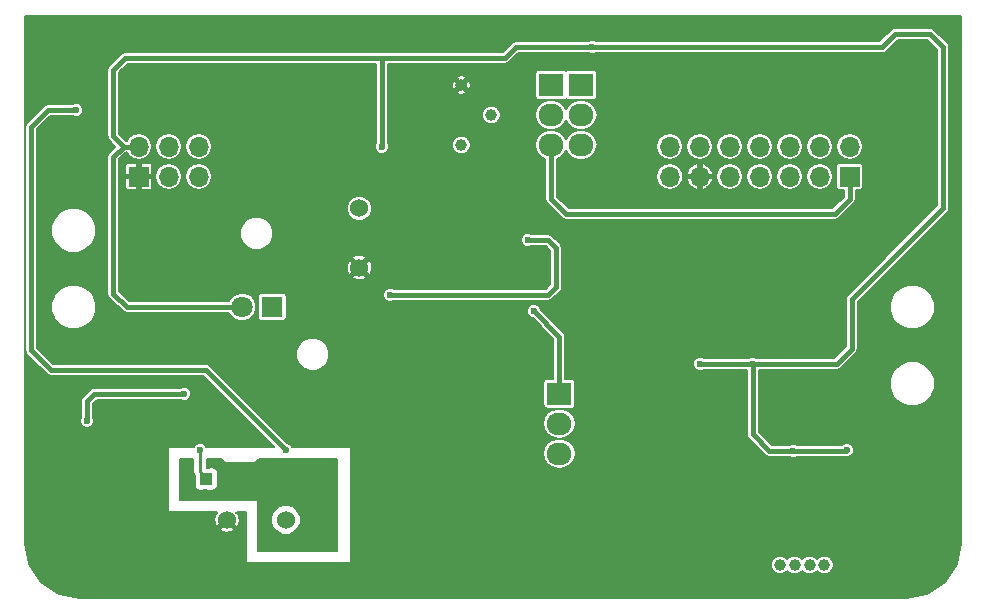
<source format=gbr>
G04 #@! TF.FileFunction,Copper,L2,Bot,Signal*
%FSLAX46Y46*%
G04 Gerber Fmt 4.6, Leading zero omitted, Abs format (unit mm)*
G04 Created by KiCad (PCBNEW 4.0.6-e0-6349~52~ubuntu17.04.1) date Wed Jul  5 19:27:27 2017*
%MOMM*%
%LPD*%
G01*
G04 APERTURE LIST*
%ADD10C,0.100000*%
%ADD11C,0.700000*%
%ADD12C,0.400000*%
%ADD13R,1.000000X1.000000*%
%ADD14R,1.800000X1.800000*%
%ADD15C,1.800000*%
%ADD16C,1.524000*%
%ADD17C,1.000000*%
%ADD18R,2.100000X1.900000*%
%ADD19O,2.100000X1.900000*%
%ADD20R,1.700000X1.700000*%
%ADD21O,1.700000X1.700000*%
%ADD22C,0.600000*%
%ADD23C,0.400000*%
%ADD24C,0.250000*%
%ADD25C,0.200000*%
G04 APERTURE END LIST*
D10*
D11*
X112014000Y-107696000D03*
X117094000Y-107696000D03*
X114554000Y-107696000D03*
X129794000Y-107696000D03*
X132334000Y-107696000D03*
X137414000Y-107696000D03*
X134874000Y-107696000D03*
X124714000Y-107696000D03*
X127254000Y-107696000D03*
X122174000Y-107696000D03*
X119634000Y-107696000D03*
X169926000Y-107950000D03*
X175006000Y-107950000D03*
X161036000Y-107950000D03*
X164846000Y-107950000D03*
X157226000Y-107950000D03*
X146050000Y-132334000D03*
X146050000Y-124714000D03*
X146050000Y-127254000D03*
X146050000Y-119634000D03*
X146050000Y-122174000D03*
X152400000Y-124714000D03*
X152400000Y-122174000D03*
X154686000Y-115824000D03*
X154686000Y-103124000D03*
X154686000Y-100584000D03*
X154686000Y-108204000D03*
X154686000Y-105664000D03*
X154686000Y-110744000D03*
X154686000Y-113284000D03*
X137160000Y-86868000D03*
X142240000Y-86868000D03*
X139700000Y-86868000D03*
X149860000Y-86868000D03*
X152400000Y-86868000D03*
X147320000Y-86868000D03*
X144780000Y-86868000D03*
X162560000Y-86868000D03*
X165100000Y-86868000D03*
X157480000Y-86868000D03*
X160020000Y-86868000D03*
X154940000Y-86868000D03*
X127000000Y-86868000D03*
X124460000Y-86868000D03*
X134620000Y-86868000D03*
X132080000Y-86868000D03*
X129540000Y-86868000D03*
X107442000Y-130048000D03*
X107442000Y-127508000D03*
X107442000Y-122428000D03*
X107442000Y-124968000D03*
X107442000Y-112268000D03*
X107442000Y-119888000D03*
X107442000Y-102108000D03*
X107442000Y-99568000D03*
X107442000Y-97028000D03*
X107442000Y-107188000D03*
X107442000Y-104648000D03*
X107442000Y-94488000D03*
X183261000Y-129921000D03*
X183261000Y-127381000D03*
X183261000Y-122301000D03*
X183261000Y-124841000D03*
X183261000Y-114681000D03*
X183261000Y-112141000D03*
X183261000Y-117221000D03*
X183261000Y-119761000D03*
X183261000Y-107061000D03*
X183261000Y-104521000D03*
X183261000Y-109601000D03*
X110490000Y-90678000D03*
X107950000Y-90678000D03*
X115570000Y-90678000D03*
X158750000Y-90678000D03*
X156210000Y-90678000D03*
X166370000Y-90678000D03*
X168910000Y-90678000D03*
X163830000Y-90678000D03*
X161290000Y-90678000D03*
X179070000Y-90678000D03*
X181610000Y-90678000D03*
X173990000Y-90678000D03*
X176530000Y-90678000D03*
X171450000Y-90678000D03*
X138430000Y-90678000D03*
X143510000Y-90678000D03*
X140970000Y-90678000D03*
X146050000Y-90678000D03*
X128270000Y-90678000D03*
X130810000Y-90678000D03*
X133350000Y-90678000D03*
X123190000Y-90678000D03*
X125730000Y-90678000D03*
X120650000Y-90678000D03*
X118110000Y-90678000D03*
X111760000Y-132334000D03*
X109220000Y-132334000D03*
X114300000Y-132334000D03*
X154940000Y-132334000D03*
X160020000Y-132334000D03*
X157480000Y-132334000D03*
X167640000Y-132334000D03*
X165100000Y-132334000D03*
X162560000Y-132334000D03*
X180340000Y-132334000D03*
X182880000Y-132334000D03*
X177800000Y-132334000D03*
X139700000Y-132334000D03*
X142240000Y-132334000D03*
X152400000Y-132334000D03*
X129540000Y-132334000D03*
X132080000Y-132334000D03*
X137160000Y-132334000D03*
X134620000Y-132334000D03*
X124460000Y-132334000D03*
X127000000Y-132334000D03*
X121920000Y-132334000D03*
X119380000Y-132334000D03*
X107442000Y-116586000D03*
X109982000Y-116586000D03*
X112522000Y-116586000D03*
X132842000Y-116586000D03*
X137922000Y-116586000D03*
X135382000Y-116586000D03*
X143002000Y-116586000D03*
X140462000Y-116586000D03*
X125222000Y-116586000D03*
X130302000Y-116586000D03*
X127762000Y-116586000D03*
X120142000Y-116586000D03*
D12*
X128905000Y-124079000D03*
X128905000Y-126238000D03*
X125857000Y-126238000D03*
X120904000Y-123571000D03*
X123952000Y-123571000D03*
X122936000Y-123571000D03*
X128905000Y-129921000D03*
X121920000Y-123571000D03*
X124968000Y-123571000D03*
X125984000Y-123571000D03*
X127000000Y-123571000D03*
X128016000Y-123571000D03*
X128905000Y-123571000D03*
X128905000Y-124714000D03*
X128905000Y-125603000D03*
X128905000Y-126873000D03*
X128905000Y-127889000D03*
X128905000Y-128905000D03*
X119507000Y-123571000D03*
X119507000Y-124587000D03*
X119507000Y-125603000D03*
X120650000Y-125603000D03*
X121793000Y-125603000D03*
X122809000Y-125603000D03*
X123825000Y-125603000D03*
X124841000Y-125603000D03*
X125857000Y-125603000D03*
X125857000Y-126873000D03*
X127889000Y-129921000D03*
X126873000Y-129921000D03*
X125857000Y-129921000D03*
X125857000Y-128905000D03*
X125857000Y-127889000D03*
D13*
X120730000Y-124569500D03*
D14*
X126318000Y-109996000D03*
D15*
X123778000Y-109996000D03*
D16*
X133684000Y-101654000D03*
X133684000Y-106654000D03*
D17*
X169304000Y-131840000D03*
X170554000Y-131840000D03*
X173054000Y-131840000D03*
X171804000Y-131840000D03*
D18*
X150622000Y-117348000D03*
D19*
X150622000Y-119888000D03*
X150622000Y-122428000D03*
D18*
X149940000Y-91200000D03*
D19*
X149940000Y-93740000D03*
X149940000Y-96280000D03*
D18*
X152480000Y-91200000D03*
D19*
X152480000Y-93740000D03*
X152480000Y-96280000D03*
D17*
X142320000Y-96280000D03*
X142320000Y-91200000D03*
X144860000Y-93740000D03*
D20*
X115015000Y-98947000D03*
D21*
X115015000Y-96407000D03*
X117555000Y-98947000D03*
X117555000Y-96407000D03*
X120095000Y-98947000D03*
X120095000Y-96407000D03*
D20*
X175213000Y-98947000D03*
D21*
X175213000Y-96407000D03*
X172673000Y-98947000D03*
X172673000Y-96407000D03*
X170133000Y-98947000D03*
X170133000Y-96407000D03*
X167593000Y-98947000D03*
X167593000Y-96407000D03*
X165053000Y-98947000D03*
X165053000Y-96407000D03*
X162513000Y-98947000D03*
X162513000Y-96407000D03*
X159973000Y-98947000D03*
X159973000Y-96407000D03*
D16*
X130492500Y-128016000D03*
X127468000Y-128016000D03*
X122468000Y-128016000D03*
D22*
X148463000Y-110363000D03*
X110631000Y-119648000D03*
X118872000Y-117348000D03*
X120205500Y-122110500D03*
X127461000Y-122093000D03*
X109728000Y-93345000D03*
X153416000Y-88011000D03*
X135589000Y-96407000D03*
X162560000Y-114808000D03*
X167005000Y-114808000D03*
X174975000Y-122122000D03*
X170434000Y-122174000D03*
X136290000Y-108980000D03*
X147955000Y-104330500D03*
D23*
X150622000Y-112522000D02*
X150622000Y-117348000D01*
X148463000Y-110363000D02*
X150622000Y-112522000D01*
X111252000Y-117348000D02*
X118872000Y-117348000D01*
X110617000Y-117983000D02*
X111252000Y-117348000D01*
X110617000Y-119634000D02*
X110617000Y-117983000D01*
X110631000Y-119648000D02*
X110617000Y-119634000D01*
D24*
X120730000Y-124569500D02*
X120730000Y-124476500D01*
X120730000Y-124476500D02*
X120205500Y-123952000D01*
X120205500Y-123952000D02*
X120205500Y-122110500D01*
X120730000Y-124569500D02*
X120730000Y-124540000D01*
X120730000Y-124569500D02*
X120730000Y-124413000D01*
D23*
X107315000Y-93345000D02*
X109728000Y-93345000D01*
X105918000Y-94742000D02*
X107315000Y-93345000D01*
X105918000Y-113665000D02*
X105918000Y-94742000D01*
X107569000Y-115316000D02*
X105918000Y-113665000D01*
X120684000Y-115316000D02*
X107569000Y-115316000D01*
X127461000Y-122093000D02*
X120684000Y-115316000D01*
X135622000Y-88914000D02*
X146036000Y-88914000D01*
X146036000Y-88914000D02*
X146939000Y-88011000D01*
X134446000Y-88914000D02*
X135622000Y-88914000D01*
X112856000Y-95518000D02*
X112856000Y-89930000D01*
X112856000Y-89930000D02*
X113872000Y-88914000D01*
X113872000Y-88914000D02*
X134446000Y-88914000D01*
X135589000Y-90057000D02*
X135589000Y-96407000D01*
X112856000Y-95518000D02*
X113745000Y-96407000D01*
X135589000Y-88947000D02*
X135589000Y-90057000D01*
X135622000Y-88914000D02*
X135589000Y-88947000D01*
X112856000Y-97296000D02*
X113745000Y-96407000D01*
X146939000Y-88011000D02*
X153416000Y-88011000D01*
X112856000Y-108853000D02*
X112856000Y-97296000D01*
X113999000Y-109996000D02*
X112856000Y-108853000D01*
X153416000Y-88011000D02*
X177927000Y-88011000D01*
X177927000Y-88011000D02*
X179070000Y-86868000D01*
X179070000Y-86868000D02*
X181991000Y-86868000D01*
X181991000Y-86868000D02*
X183134000Y-88011000D01*
X183134000Y-88011000D02*
X183134000Y-101600000D01*
X183134000Y-101600000D02*
X175387000Y-109347000D01*
X175387000Y-109347000D02*
X175387000Y-113538000D01*
X174117000Y-114808000D02*
X167005000Y-114808000D01*
X175387000Y-113538000D02*
X174117000Y-114808000D01*
X167005000Y-114808000D02*
X162560000Y-114808000D01*
X162529000Y-114756000D02*
X162560000Y-114787000D01*
X162560000Y-114787000D02*
X162560000Y-114808000D01*
X167005000Y-120777000D02*
X167005000Y-114808000D01*
X168402000Y-122174000D02*
X167005000Y-120777000D01*
X170434000Y-122174000D02*
X168402000Y-122174000D01*
X174923000Y-122174000D02*
X170434000Y-122174000D01*
X174923000Y-122174000D02*
X174975000Y-122122000D01*
X115015000Y-96407000D02*
X113745000Y-96407000D01*
X123778000Y-109996000D02*
X113999000Y-109996000D01*
X115015000Y-96407000D02*
X114888000Y-96407000D01*
X149669500Y-104330500D02*
X147955000Y-104330500D01*
X150368000Y-105029000D02*
X149669500Y-104330500D01*
X150368000Y-108267500D02*
X150368000Y-105029000D01*
X149669500Y-108966000D02*
X150368000Y-108267500D01*
X136304000Y-108966000D02*
X149669500Y-108966000D01*
X136290000Y-108980000D02*
X136304000Y-108966000D01*
X175213000Y-98947000D02*
X175213000Y-100852000D01*
X149940000Y-100852000D02*
X149940000Y-96280000D01*
X151210000Y-102122000D02*
X149940000Y-100852000D01*
X173943000Y-102122000D02*
X151210000Y-102122000D01*
X175213000Y-100852000D02*
X173943000Y-102122000D01*
D25*
G36*
X119599500Y-123952000D02*
X119645629Y-124183906D01*
X119739577Y-124324510D01*
X119739577Y-125069500D01*
X119773117Y-125247748D01*
X119878461Y-125411458D01*
X120039198Y-125521285D01*
X120230000Y-125559923D01*
X121230000Y-125559923D01*
X121408248Y-125526383D01*
X121571958Y-125421039D01*
X121681785Y-125260302D01*
X121720423Y-125069500D01*
X121720423Y-124069500D01*
X121686883Y-123891252D01*
X121581539Y-123727542D01*
X121420802Y-123617715D01*
X121230000Y-123579077D01*
X120811500Y-123579077D01*
X120811500Y-122828000D01*
X121958578Y-122828000D01*
X122310289Y-123179711D01*
X122343371Y-123201650D01*
X122381000Y-123209000D01*
X124794000Y-123209000D01*
X124832906Y-123201121D01*
X124864711Y-123179711D01*
X125216422Y-122828000D01*
X127194514Y-122828000D01*
X127304968Y-122873864D01*
X127615669Y-122874136D01*
X127727326Y-122828000D01*
X131806000Y-122828000D01*
X131806000Y-130629000D01*
X125148000Y-130629000D01*
X125148000Y-128262163D01*
X126224785Y-128262163D01*
X126413621Y-128719183D01*
X126762978Y-129069150D01*
X127219667Y-129258784D01*
X127714163Y-129259215D01*
X128171183Y-129070379D01*
X128521150Y-128721022D01*
X128710784Y-128264333D01*
X128711215Y-127769837D01*
X128522379Y-127312817D01*
X128173022Y-126962850D01*
X127716333Y-126773216D01*
X127221837Y-126772785D01*
X126764817Y-126961621D01*
X126414850Y-127310978D01*
X126225216Y-127767667D01*
X126224785Y-128262163D01*
X125148000Y-128262163D01*
X125148000Y-126411000D01*
X125140121Y-126372094D01*
X125117727Y-126339319D01*
X125084346Y-126317839D01*
X125048000Y-126311000D01*
X118544000Y-126311000D01*
X118544000Y-122828000D01*
X119599500Y-122828000D01*
X119599500Y-123952000D01*
X119599500Y-123952000D01*
G37*
X119599500Y-123952000D02*
X119645629Y-124183906D01*
X119739577Y-124324510D01*
X119739577Y-125069500D01*
X119773117Y-125247748D01*
X119878461Y-125411458D01*
X120039198Y-125521285D01*
X120230000Y-125559923D01*
X121230000Y-125559923D01*
X121408248Y-125526383D01*
X121571958Y-125421039D01*
X121681785Y-125260302D01*
X121720423Y-125069500D01*
X121720423Y-124069500D01*
X121686883Y-123891252D01*
X121581539Y-123727542D01*
X121420802Y-123617715D01*
X121230000Y-123579077D01*
X120811500Y-123579077D01*
X120811500Y-122828000D01*
X121958578Y-122828000D01*
X122310289Y-123179711D01*
X122343371Y-123201650D01*
X122381000Y-123209000D01*
X124794000Y-123209000D01*
X124832906Y-123201121D01*
X124864711Y-123179711D01*
X125216422Y-122828000D01*
X127194514Y-122828000D01*
X127304968Y-122873864D01*
X127615669Y-122874136D01*
X127727326Y-122828000D01*
X131806000Y-122828000D01*
X131806000Y-130629000D01*
X125148000Y-130629000D01*
X125148000Y-128262163D01*
X126224785Y-128262163D01*
X126413621Y-128719183D01*
X126762978Y-129069150D01*
X127219667Y-129258784D01*
X127714163Y-129259215D01*
X128171183Y-129070379D01*
X128521150Y-128721022D01*
X128710784Y-128264333D01*
X128711215Y-127769837D01*
X128522379Y-127312817D01*
X128173022Y-126962850D01*
X127716333Y-126773216D01*
X127221837Y-126772785D01*
X126764817Y-126961621D01*
X126414850Y-127310978D01*
X126225216Y-127767667D01*
X126224785Y-128262163D01*
X125148000Y-128262163D01*
X125148000Y-126411000D01*
X125140121Y-126372094D01*
X125117727Y-126339319D01*
X125084346Y-126317839D01*
X125048000Y-126311000D01*
X118544000Y-126311000D01*
X118544000Y-122828000D01*
X119599500Y-122828000D01*
X119599500Y-123952000D01*
G36*
X184650000Y-129965527D02*
X184289705Y-131776854D01*
X183283199Y-133283198D01*
X181776854Y-134289705D01*
X179965527Y-134650000D01*
X110034473Y-134650000D01*
X108223146Y-134289705D01*
X106716802Y-133283199D01*
X105858349Y-131998432D01*
X168503861Y-131998432D01*
X168625397Y-132292572D01*
X168850245Y-132517812D01*
X169144172Y-132639861D01*
X169462432Y-132640139D01*
X169756572Y-132518603D01*
X169929103Y-132346372D01*
X170100245Y-132517812D01*
X170394172Y-132639861D01*
X170712432Y-132640139D01*
X171006572Y-132518603D01*
X171179103Y-132346372D01*
X171350245Y-132517812D01*
X171644172Y-132639861D01*
X171962432Y-132640139D01*
X172256572Y-132518603D01*
X172429103Y-132346372D01*
X172600245Y-132517812D01*
X172894172Y-132639861D01*
X173212432Y-132640139D01*
X173506572Y-132518603D01*
X173731812Y-132293755D01*
X173853861Y-131999828D01*
X173854139Y-131681568D01*
X173732603Y-131387428D01*
X173507755Y-131162188D01*
X173213828Y-131040139D01*
X172895568Y-131039861D01*
X172601428Y-131161397D01*
X172428897Y-131333628D01*
X172257755Y-131162188D01*
X171963828Y-131040139D01*
X171645568Y-131039861D01*
X171351428Y-131161397D01*
X171178897Y-131333628D01*
X171007755Y-131162188D01*
X170713828Y-131040139D01*
X170395568Y-131039861D01*
X170101428Y-131161397D01*
X169928897Y-131333628D01*
X169757755Y-131162188D01*
X169463828Y-131040139D01*
X169145568Y-131039861D01*
X168851428Y-131161397D01*
X168626188Y-131386245D01*
X168504139Y-131680172D01*
X168503861Y-131998432D01*
X105858349Y-131998432D01*
X105710295Y-131776854D01*
X105350000Y-129965527D01*
X105350000Y-128826755D01*
X121869377Y-128826755D01*
X121959032Y-128971730D01*
X122363516Y-129093752D01*
X122783908Y-129051697D01*
X122976968Y-128971730D01*
X123066623Y-128826755D01*
X122468000Y-128228132D01*
X121869377Y-128826755D01*
X105350000Y-128826755D01*
X105350000Y-119766824D01*
X110030896Y-119766824D01*
X110122048Y-119987429D01*
X110290683Y-120156359D01*
X110511129Y-120247896D01*
X110749824Y-120248104D01*
X110970429Y-120156952D01*
X111139359Y-119988317D01*
X111230896Y-119767871D01*
X111231104Y-119529176D01*
X111139952Y-119308571D01*
X111117000Y-119285579D01*
X111117000Y-118190106D01*
X111459107Y-117848000D01*
X118523339Y-117848000D01*
X118531683Y-117856359D01*
X118752129Y-117947896D01*
X118990824Y-117948104D01*
X119211429Y-117856952D01*
X119380359Y-117688317D01*
X119471896Y-117467871D01*
X119472104Y-117229176D01*
X119380952Y-117008571D01*
X119212317Y-116839641D01*
X118991871Y-116748104D01*
X118753176Y-116747896D01*
X118532571Y-116839048D01*
X118523603Y-116848000D01*
X111252000Y-116848000D01*
X111060658Y-116886060D01*
X110995686Y-116929474D01*
X110898447Y-116994446D01*
X110263447Y-117629447D01*
X110155060Y-117791658D01*
X110117000Y-117983000D01*
X110117000Y-119321268D01*
X110031104Y-119528129D01*
X110030896Y-119766824D01*
X105350000Y-119766824D01*
X105350000Y-94742000D01*
X105418000Y-94742000D01*
X105418000Y-113665000D01*
X105456060Y-113856342D01*
X105564447Y-114018553D01*
X107215447Y-115669554D01*
X107312686Y-115734526D01*
X107377658Y-115777940D01*
X107569000Y-115816000D01*
X120476894Y-115816000D01*
X126480893Y-121820000D01*
X120734669Y-121820000D01*
X120714452Y-121771071D01*
X120545817Y-121602141D01*
X120325371Y-121510604D01*
X120086676Y-121510396D01*
X119866071Y-121601548D01*
X119697141Y-121770183D01*
X119676455Y-121820000D01*
X117602000Y-121820000D01*
X117563094Y-121827879D01*
X117530319Y-121850273D01*
X117508839Y-121883654D01*
X117502000Y-121920000D01*
X117502000Y-127254000D01*
X117509879Y-127292906D01*
X117532273Y-127325681D01*
X117565654Y-127347161D01*
X117602000Y-127354000D01*
X121601451Y-127354000D01*
X121597658Y-127357793D01*
X121657243Y-127417378D01*
X121512270Y-127507032D01*
X121390248Y-127911516D01*
X121432303Y-128331908D01*
X121512270Y-128524968D01*
X121657245Y-128614623D01*
X122255868Y-128016000D01*
X122241726Y-128001858D01*
X122453858Y-127789726D01*
X122468000Y-127803868D01*
X122482143Y-127789726D01*
X122694275Y-128001858D01*
X122680132Y-128016000D01*
X123278755Y-128614623D01*
X123423730Y-128524968D01*
X123545752Y-128120484D01*
X123503697Y-127700092D01*
X123423730Y-127507032D01*
X123278757Y-127417378D01*
X123338342Y-127357793D01*
X123334549Y-127354000D01*
X124106000Y-127354000D01*
X124106000Y-131572000D01*
X124113879Y-131610906D01*
X124136273Y-131643681D01*
X124169654Y-131665161D01*
X124206000Y-131672000D01*
X132842000Y-131672000D01*
X132880906Y-131664121D01*
X132913681Y-131641727D01*
X132935161Y-131608346D01*
X132942000Y-131572000D01*
X132942000Y-122428000D01*
X149245552Y-122428000D01*
X149340703Y-122906354D01*
X149611669Y-123311883D01*
X150017198Y-123582849D01*
X150495552Y-123678000D01*
X150748448Y-123678000D01*
X151226802Y-123582849D01*
X151632331Y-123311883D01*
X151903297Y-122906354D01*
X151998448Y-122428000D01*
X151903297Y-121949646D01*
X151632331Y-121544117D01*
X151226802Y-121273151D01*
X150748448Y-121178000D01*
X150495552Y-121178000D01*
X150017198Y-121273151D01*
X149611669Y-121544117D01*
X149340703Y-121949646D01*
X149245552Y-122428000D01*
X132942000Y-122428000D01*
X132942000Y-121920000D01*
X132934121Y-121881094D01*
X132911727Y-121848319D01*
X132878346Y-121826839D01*
X132842000Y-121820000D01*
X127997400Y-121820000D01*
X127969952Y-121753571D01*
X127801317Y-121584641D01*
X127580871Y-121493104D01*
X127568200Y-121493093D01*
X125963107Y-119888000D01*
X149245552Y-119888000D01*
X149340703Y-120366354D01*
X149611669Y-120771883D01*
X150017198Y-121042849D01*
X150495552Y-121138000D01*
X150748448Y-121138000D01*
X151226802Y-121042849D01*
X151632331Y-120771883D01*
X151903297Y-120366354D01*
X151998448Y-119888000D01*
X151903297Y-119409646D01*
X151632331Y-119004117D01*
X151226802Y-118733151D01*
X150748448Y-118638000D01*
X150495552Y-118638000D01*
X150017198Y-118733151D01*
X149611669Y-119004117D01*
X149340703Y-119409646D01*
X149245552Y-119888000D01*
X125963107Y-119888000D01*
X121037553Y-114962447D01*
X120875342Y-114854060D01*
X120684000Y-114816000D01*
X107776107Y-114816000D01*
X107237363Y-114277256D01*
X128349757Y-114277256D01*
X128562445Y-114792000D01*
X128955928Y-115186170D01*
X129470301Y-115399757D01*
X130027256Y-115400243D01*
X130542000Y-115187555D01*
X130936170Y-114794072D01*
X131149757Y-114279699D01*
X131150243Y-113722744D01*
X130937555Y-113208000D01*
X130544072Y-112813830D01*
X130029699Y-112600243D01*
X129472744Y-112599757D01*
X128958000Y-112812445D01*
X128563830Y-113205928D01*
X128350243Y-113720301D01*
X128349757Y-114277256D01*
X107237363Y-114277256D01*
X106418000Y-113457894D01*
X106418000Y-110376275D01*
X107599671Y-110376275D01*
X107888319Y-111074857D01*
X108422331Y-111609802D01*
X109120409Y-111899669D01*
X109876275Y-111900329D01*
X110574857Y-111611681D01*
X111109802Y-111077669D01*
X111399669Y-110379591D01*
X111400329Y-109623725D01*
X111111681Y-108925143D01*
X110577669Y-108390198D01*
X109879591Y-108100331D01*
X109123725Y-108099671D01*
X108425143Y-108388319D01*
X107890198Y-108922331D01*
X107600331Y-109620409D01*
X107599671Y-110376275D01*
X106418000Y-110376275D01*
X106418000Y-103876275D01*
X107599671Y-103876275D01*
X107888319Y-104574857D01*
X108422331Y-105109802D01*
X109120409Y-105399669D01*
X109876275Y-105400329D01*
X110574857Y-105111681D01*
X111109802Y-104577669D01*
X111399669Y-103879591D01*
X111400329Y-103123725D01*
X111111681Y-102425143D01*
X110577669Y-101890198D01*
X109879591Y-101600331D01*
X109123725Y-101599671D01*
X108425143Y-101888319D01*
X107890198Y-102422331D01*
X107600331Y-103120409D01*
X107599671Y-103876275D01*
X106418000Y-103876275D01*
X106418000Y-94949106D01*
X107522107Y-93845000D01*
X109379339Y-93845000D01*
X109387683Y-93853359D01*
X109608129Y-93944896D01*
X109846824Y-93945104D01*
X110067429Y-93853952D01*
X110236359Y-93685317D01*
X110327896Y-93464871D01*
X110328104Y-93226176D01*
X110236952Y-93005571D01*
X110068317Y-92836641D01*
X109847871Y-92745104D01*
X109609176Y-92744896D01*
X109388571Y-92836048D01*
X109379603Y-92845000D01*
X107315000Y-92845000D01*
X107123658Y-92883060D01*
X106961446Y-92991447D01*
X105564447Y-94388447D01*
X105456060Y-94550658D01*
X105418000Y-94742000D01*
X105350000Y-94742000D01*
X105350000Y-89930000D01*
X112356000Y-89930000D01*
X112356000Y-95518000D01*
X112372589Y-95601397D01*
X112394060Y-95709342D01*
X112502447Y-95871553D01*
X113037894Y-96407000D01*
X112502447Y-96942447D01*
X112394060Y-97104658D01*
X112356000Y-97296000D01*
X112356000Y-108853000D01*
X112394060Y-109044342D01*
X112502447Y-109206553D01*
X113645447Y-110349553D01*
X113807658Y-110457940D01*
X113999000Y-110496000D01*
X122686195Y-110496000D01*
X122760097Y-110674857D01*
X123097367Y-111012717D01*
X123538258Y-111195791D01*
X124015647Y-111196207D01*
X124456857Y-111013903D01*
X124794717Y-110676633D01*
X124977791Y-110235742D01*
X124978207Y-109758353D01*
X124795903Y-109317143D01*
X124575147Y-109096000D01*
X125112123Y-109096000D01*
X125112123Y-110896000D01*
X125133042Y-111007173D01*
X125198745Y-111109279D01*
X125298997Y-111177778D01*
X125418000Y-111201877D01*
X127218000Y-111201877D01*
X127329173Y-111180958D01*
X127431279Y-111115255D01*
X127499778Y-111015003D01*
X127523877Y-110896000D01*
X127523877Y-110481824D01*
X147862896Y-110481824D01*
X147954048Y-110702429D01*
X148122683Y-110871359D01*
X148343129Y-110962896D01*
X148355801Y-110962907D01*
X150122000Y-112729106D01*
X150122000Y-116092123D01*
X149572000Y-116092123D01*
X149460827Y-116113042D01*
X149358721Y-116178745D01*
X149290222Y-116278997D01*
X149266123Y-116398000D01*
X149266123Y-118298000D01*
X149287042Y-118409173D01*
X149352745Y-118511279D01*
X149452997Y-118579778D01*
X149572000Y-118603877D01*
X151672000Y-118603877D01*
X151783173Y-118582958D01*
X151885279Y-118517255D01*
X151953778Y-118417003D01*
X151977877Y-118298000D01*
X151977877Y-116398000D01*
X151956958Y-116286827D01*
X151891255Y-116184721D01*
X151791003Y-116116222D01*
X151672000Y-116092123D01*
X151122000Y-116092123D01*
X151122000Y-112522000D01*
X151083940Y-112330658D01*
X150975553Y-112168447D01*
X149063094Y-110255988D01*
X149063104Y-110244176D01*
X148971952Y-110023571D01*
X148803317Y-109854641D01*
X148582871Y-109763104D01*
X148344176Y-109762896D01*
X148123571Y-109854048D01*
X147954641Y-110022683D01*
X147863104Y-110243129D01*
X147862896Y-110481824D01*
X127523877Y-110481824D01*
X127523877Y-109098824D01*
X135689896Y-109098824D01*
X135781048Y-109319429D01*
X135949683Y-109488359D01*
X136170129Y-109579896D01*
X136408824Y-109580104D01*
X136629429Y-109488952D01*
X136652421Y-109466000D01*
X149669500Y-109466000D01*
X149860842Y-109427940D01*
X150023053Y-109319553D01*
X150721553Y-108621054D01*
X150829940Y-108458842D01*
X150868000Y-108267500D01*
X150868000Y-105029000D01*
X150829940Y-104837658D01*
X150799726Y-104792440D01*
X150721553Y-104675446D01*
X150023053Y-103976947D01*
X149860842Y-103868560D01*
X149669500Y-103830500D01*
X148303661Y-103830500D01*
X148295317Y-103822141D01*
X148074871Y-103730604D01*
X147836176Y-103730396D01*
X147615571Y-103821548D01*
X147446641Y-103990183D01*
X147355104Y-104210629D01*
X147354896Y-104449324D01*
X147446048Y-104669929D01*
X147614683Y-104838859D01*
X147835129Y-104930396D01*
X148073824Y-104930604D01*
X148294429Y-104839452D01*
X148303397Y-104830500D01*
X149462394Y-104830500D01*
X149868000Y-105236107D01*
X149868000Y-108060393D01*
X149462394Y-108466000D01*
X136616732Y-108466000D01*
X136409871Y-108380104D01*
X136171176Y-108379896D01*
X135950571Y-108471048D01*
X135781641Y-108639683D01*
X135690104Y-108860129D01*
X135689896Y-109098824D01*
X127523877Y-109098824D01*
X127523877Y-109096000D01*
X127502958Y-108984827D01*
X127437255Y-108882721D01*
X127337003Y-108814222D01*
X127218000Y-108790123D01*
X125418000Y-108790123D01*
X125306827Y-108811042D01*
X125204721Y-108876745D01*
X125136222Y-108976997D01*
X125112123Y-109096000D01*
X124575147Y-109096000D01*
X124458633Y-108979283D01*
X124017742Y-108796209D01*
X123540353Y-108795793D01*
X123099143Y-108978097D01*
X122761283Y-109315367D01*
X122686278Y-109496000D01*
X114206106Y-109496000D01*
X113356000Y-108645894D01*
X113356000Y-107464755D01*
X133085377Y-107464755D01*
X133175032Y-107609730D01*
X133579516Y-107731752D01*
X133999908Y-107689697D01*
X134192968Y-107609730D01*
X134282623Y-107464755D01*
X133684000Y-106866132D01*
X133085377Y-107464755D01*
X113356000Y-107464755D01*
X113356000Y-106549516D01*
X132606248Y-106549516D01*
X132648303Y-106969908D01*
X132728270Y-107162968D01*
X132873245Y-107252623D01*
X133471868Y-106654000D01*
X133896132Y-106654000D01*
X134494755Y-107252623D01*
X134639730Y-107162968D01*
X134761752Y-106758484D01*
X134719697Y-106338092D01*
X134639730Y-106145032D01*
X134494755Y-106055377D01*
X133896132Y-106654000D01*
X133471868Y-106654000D01*
X132873245Y-106055377D01*
X132728270Y-106145032D01*
X132606248Y-106549516D01*
X113356000Y-106549516D01*
X113356000Y-105843245D01*
X133085377Y-105843245D01*
X133684000Y-106441868D01*
X134282623Y-105843245D01*
X134192968Y-105698270D01*
X133788484Y-105576248D01*
X133368092Y-105618303D01*
X133175032Y-105698270D01*
X133085377Y-105843245D01*
X113356000Y-105843245D01*
X113356000Y-104027256D01*
X123599757Y-104027256D01*
X123812445Y-104542000D01*
X124205928Y-104936170D01*
X124720301Y-105149757D01*
X125277256Y-105150243D01*
X125792000Y-104937555D01*
X126186170Y-104544072D01*
X126399757Y-104029699D01*
X126400243Y-103472744D01*
X126187555Y-102958000D01*
X125794072Y-102563830D01*
X125279699Y-102350243D01*
X124722744Y-102349757D01*
X124208000Y-102562445D01*
X123813830Y-102955928D01*
X123600243Y-103470301D01*
X123599757Y-104027256D01*
X113356000Y-104027256D01*
X113356000Y-101864318D01*
X132621816Y-101864318D01*
X132783155Y-102254789D01*
X133081640Y-102553795D01*
X133471828Y-102715815D01*
X133894318Y-102716184D01*
X134284789Y-102554845D01*
X134583795Y-102256360D01*
X134745815Y-101866172D01*
X134746184Y-101443682D01*
X134584845Y-101053211D01*
X134286360Y-100754205D01*
X133896172Y-100592185D01*
X133473682Y-100591816D01*
X133083211Y-100753155D01*
X132784205Y-101051640D01*
X132622185Y-101441828D01*
X132621816Y-101864318D01*
X113356000Y-101864318D01*
X113356000Y-99172000D01*
X113865000Y-99172000D01*
X113865000Y-99856674D01*
X113910672Y-99966937D01*
X113995064Y-100051328D01*
X114105327Y-100097000D01*
X114790000Y-100097000D01*
X114865000Y-100022000D01*
X114865000Y-99097000D01*
X115165000Y-99097000D01*
X115165000Y-100022000D01*
X115240000Y-100097000D01*
X115924673Y-100097000D01*
X116034936Y-100051328D01*
X116119328Y-99966937D01*
X116165000Y-99856674D01*
X116165000Y-99172000D01*
X116090000Y-99097000D01*
X115165000Y-99097000D01*
X114865000Y-99097000D01*
X113940000Y-99097000D01*
X113865000Y-99172000D01*
X113356000Y-99172000D01*
X113356000Y-98924470D01*
X116405000Y-98924470D01*
X116405000Y-98969530D01*
X116492539Y-99409616D01*
X116741827Y-99782703D01*
X117114914Y-100031991D01*
X117555000Y-100119530D01*
X117995086Y-100031991D01*
X118368173Y-99782703D01*
X118617461Y-99409616D01*
X118705000Y-98969530D01*
X118705000Y-98924470D01*
X118945000Y-98924470D01*
X118945000Y-98969530D01*
X119032539Y-99409616D01*
X119281827Y-99782703D01*
X119654914Y-100031991D01*
X120095000Y-100119530D01*
X120535086Y-100031991D01*
X120908173Y-99782703D01*
X121157461Y-99409616D01*
X121245000Y-98969530D01*
X121245000Y-98924470D01*
X121157461Y-98484384D01*
X120908173Y-98111297D01*
X120535086Y-97862009D01*
X120095000Y-97774470D01*
X119654914Y-97862009D01*
X119281827Y-98111297D01*
X119032539Y-98484384D01*
X118945000Y-98924470D01*
X118705000Y-98924470D01*
X118617461Y-98484384D01*
X118368173Y-98111297D01*
X117995086Y-97862009D01*
X117555000Y-97774470D01*
X117114914Y-97862009D01*
X116741827Y-98111297D01*
X116492539Y-98484384D01*
X116405000Y-98924470D01*
X113356000Y-98924470D01*
X113356000Y-98037326D01*
X113865000Y-98037326D01*
X113865000Y-98722000D01*
X113940000Y-98797000D01*
X114865000Y-98797000D01*
X114865000Y-97872000D01*
X115165000Y-97872000D01*
X115165000Y-98797000D01*
X116090000Y-98797000D01*
X116165000Y-98722000D01*
X116165000Y-98037326D01*
X116119328Y-97927063D01*
X116034936Y-97842672D01*
X115924673Y-97797000D01*
X115240000Y-97797000D01*
X115165000Y-97872000D01*
X114865000Y-97872000D01*
X114790000Y-97797000D01*
X114105327Y-97797000D01*
X113995064Y-97842672D01*
X113910672Y-97927063D01*
X113865000Y-98037326D01*
X113356000Y-98037326D01*
X113356000Y-97503106D01*
X113952106Y-96907000D01*
X113977518Y-96907000D01*
X114201827Y-97242703D01*
X114574914Y-97491991D01*
X115015000Y-97579530D01*
X115455086Y-97491991D01*
X115828173Y-97242703D01*
X116077461Y-96869616D01*
X116165000Y-96429530D01*
X116165000Y-96384470D01*
X116405000Y-96384470D01*
X116405000Y-96429530D01*
X116492539Y-96869616D01*
X116741827Y-97242703D01*
X117114914Y-97491991D01*
X117555000Y-97579530D01*
X117995086Y-97491991D01*
X118368173Y-97242703D01*
X118617461Y-96869616D01*
X118705000Y-96429530D01*
X118705000Y-96384470D01*
X118945000Y-96384470D01*
X118945000Y-96429530D01*
X119032539Y-96869616D01*
X119281827Y-97242703D01*
X119654914Y-97491991D01*
X120095000Y-97579530D01*
X120535086Y-97491991D01*
X120908173Y-97242703D01*
X121157461Y-96869616D01*
X121245000Y-96429530D01*
X121245000Y-96384470D01*
X121157461Y-95944384D01*
X120908173Y-95571297D01*
X120535086Y-95322009D01*
X120095000Y-95234470D01*
X119654914Y-95322009D01*
X119281827Y-95571297D01*
X119032539Y-95944384D01*
X118945000Y-96384470D01*
X118705000Y-96384470D01*
X118617461Y-95944384D01*
X118368173Y-95571297D01*
X117995086Y-95322009D01*
X117555000Y-95234470D01*
X117114914Y-95322009D01*
X116741827Y-95571297D01*
X116492539Y-95944384D01*
X116405000Y-96384470D01*
X116165000Y-96384470D01*
X116077461Y-95944384D01*
X115828173Y-95571297D01*
X115455086Y-95322009D01*
X115015000Y-95234470D01*
X114574914Y-95322009D01*
X114201827Y-95571297D01*
X113977518Y-95907000D01*
X113952106Y-95907000D01*
X113356000Y-95310894D01*
X113356000Y-90137106D01*
X114079106Y-89414000D01*
X135089000Y-89414000D01*
X135089000Y-96058339D01*
X135080641Y-96066683D01*
X134989104Y-96287129D01*
X134988896Y-96525824D01*
X135080048Y-96746429D01*
X135248683Y-96915359D01*
X135469129Y-97006896D01*
X135707824Y-97007104D01*
X135928429Y-96915952D01*
X136097359Y-96747317D01*
X136188896Y-96526871D01*
X136188973Y-96438432D01*
X141519861Y-96438432D01*
X141641397Y-96732572D01*
X141866245Y-96957812D01*
X142160172Y-97079861D01*
X142478432Y-97080139D01*
X142772572Y-96958603D01*
X142997812Y-96733755D01*
X143119861Y-96439828D01*
X143120000Y-96280000D01*
X148563552Y-96280000D01*
X148658703Y-96758354D01*
X148929669Y-97163883D01*
X149335198Y-97434849D01*
X149440000Y-97455696D01*
X149440000Y-100852000D01*
X149478060Y-101043342D01*
X149586447Y-101205553D01*
X150856446Y-102475553D01*
X151018658Y-102583940D01*
X151210000Y-102622000D01*
X173943000Y-102622000D01*
X174134342Y-102583940D01*
X174296553Y-102475553D01*
X175566553Y-101205554D01*
X175674940Y-101043342D01*
X175713000Y-100852000D01*
X175713000Y-100102877D01*
X176063000Y-100102877D01*
X176174173Y-100081958D01*
X176276279Y-100016255D01*
X176344778Y-99916003D01*
X176368877Y-99797000D01*
X176368877Y-98097000D01*
X176347958Y-97985827D01*
X176282255Y-97883721D01*
X176182003Y-97815222D01*
X176063000Y-97791123D01*
X174363000Y-97791123D01*
X174251827Y-97812042D01*
X174149721Y-97877745D01*
X174081222Y-97977997D01*
X174057123Y-98097000D01*
X174057123Y-99797000D01*
X174078042Y-99908173D01*
X174143745Y-100010279D01*
X174243997Y-100078778D01*
X174363000Y-100102877D01*
X174713000Y-100102877D01*
X174713000Y-100644893D01*
X173735894Y-101622000D01*
X151417107Y-101622000D01*
X150440000Y-100644894D01*
X150440000Y-98924470D01*
X158823000Y-98924470D01*
X158823000Y-98969530D01*
X158910539Y-99409616D01*
X159159827Y-99782703D01*
X159532914Y-100031991D01*
X159973000Y-100119530D01*
X160413086Y-100031991D01*
X160786173Y-99782703D01*
X161035461Y-99409616D01*
X161062532Y-99273518D01*
X161410313Y-99273518D01*
X161619203Y-99670643D01*
X161964165Y-99957600D01*
X162186484Y-100049672D01*
X162363000Y-100011483D01*
X162363000Y-99097000D01*
X162663000Y-99097000D01*
X162663000Y-100011483D01*
X162839516Y-100049672D01*
X163061835Y-99957600D01*
X163406797Y-99670643D01*
X163615687Y-99273518D01*
X163578190Y-99097000D01*
X162663000Y-99097000D01*
X162363000Y-99097000D01*
X161447810Y-99097000D01*
X161410313Y-99273518D01*
X161062532Y-99273518D01*
X161123000Y-98969530D01*
X161123000Y-98924470D01*
X163903000Y-98924470D01*
X163903000Y-98969530D01*
X163990539Y-99409616D01*
X164239827Y-99782703D01*
X164612914Y-100031991D01*
X165053000Y-100119530D01*
X165493086Y-100031991D01*
X165866173Y-99782703D01*
X166115461Y-99409616D01*
X166203000Y-98969530D01*
X166203000Y-98924470D01*
X166443000Y-98924470D01*
X166443000Y-98969530D01*
X166530539Y-99409616D01*
X166779827Y-99782703D01*
X167152914Y-100031991D01*
X167593000Y-100119530D01*
X168033086Y-100031991D01*
X168406173Y-99782703D01*
X168655461Y-99409616D01*
X168743000Y-98969530D01*
X168743000Y-98924470D01*
X168983000Y-98924470D01*
X168983000Y-98969530D01*
X169070539Y-99409616D01*
X169319827Y-99782703D01*
X169692914Y-100031991D01*
X170133000Y-100119530D01*
X170573086Y-100031991D01*
X170946173Y-99782703D01*
X171195461Y-99409616D01*
X171283000Y-98969530D01*
X171283000Y-98924470D01*
X171523000Y-98924470D01*
X171523000Y-98969530D01*
X171610539Y-99409616D01*
X171859827Y-99782703D01*
X172232914Y-100031991D01*
X172673000Y-100119530D01*
X173113086Y-100031991D01*
X173486173Y-99782703D01*
X173735461Y-99409616D01*
X173823000Y-98969530D01*
X173823000Y-98924470D01*
X173735461Y-98484384D01*
X173486173Y-98111297D01*
X173113086Y-97862009D01*
X172673000Y-97774470D01*
X172232914Y-97862009D01*
X171859827Y-98111297D01*
X171610539Y-98484384D01*
X171523000Y-98924470D01*
X171283000Y-98924470D01*
X171195461Y-98484384D01*
X170946173Y-98111297D01*
X170573086Y-97862009D01*
X170133000Y-97774470D01*
X169692914Y-97862009D01*
X169319827Y-98111297D01*
X169070539Y-98484384D01*
X168983000Y-98924470D01*
X168743000Y-98924470D01*
X168655461Y-98484384D01*
X168406173Y-98111297D01*
X168033086Y-97862009D01*
X167593000Y-97774470D01*
X167152914Y-97862009D01*
X166779827Y-98111297D01*
X166530539Y-98484384D01*
X166443000Y-98924470D01*
X166203000Y-98924470D01*
X166115461Y-98484384D01*
X165866173Y-98111297D01*
X165493086Y-97862009D01*
X165053000Y-97774470D01*
X164612914Y-97862009D01*
X164239827Y-98111297D01*
X163990539Y-98484384D01*
X163903000Y-98924470D01*
X161123000Y-98924470D01*
X161062533Y-98620482D01*
X161410313Y-98620482D01*
X161447810Y-98797000D01*
X162363000Y-98797000D01*
X162363000Y-97882517D01*
X162663000Y-97882517D01*
X162663000Y-98797000D01*
X163578190Y-98797000D01*
X163615687Y-98620482D01*
X163406797Y-98223357D01*
X163061835Y-97936400D01*
X162839516Y-97844328D01*
X162663000Y-97882517D01*
X162363000Y-97882517D01*
X162186484Y-97844328D01*
X161964165Y-97936400D01*
X161619203Y-98223357D01*
X161410313Y-98620482D01*
X161062533Y-98620482D01*
X161035461Y-98484384D01*
X160786173Y-98111297D01*
X160413086Y-97862009D01*
X159973000Y-97774470D01*
X159532914Y-97862009D01*
X159159827Y-98111297D01*
X158910539Y-98484384D01*
X158823000Y-98924470D01*
X150440000Y-98924470D01*
X150440000Y-97455696D01*
X150544802Y-97434849D01*
X150950331Y-97163883D01*
X151210000Y-96775261D01*
X151469669Y-97163883D01*
X151875198Y-97434849D01*
X152353552Y-97530000D01*
X152606448Y-97530000D01*
X153084802Y-97434849D01*
X153490331Y-97163883D01*
X153761297Y-96758354D01*
X153835667Y-96384470D01*
X158823000Y-96384470D01*
X158823000Y-96429530D01*
X158910539Y-96869616D01*
X159159827Y-97242703D01*
X159532914Y-97491991D01*
X159973000Y-97579530D01*
X160413086Y-97491991D01*
X160786173Y-97242703D01*
X161035461Y-96869616D01*
X161123000Y-96429530D01*
X161123000Y-96384470D01*
X161363000Y-96384470D01*
X161363000Y-96429530D01*
X161450539Y-96869616D01*
X161699827Y-97242703D01*
X162072914Y-97491991D01*
X162513000Y-97579530D01*
X162953086Y-97491991D01*
X163326173Y-97242703D01*
X163575461Y-96869616D01*
X163663000Y-96429530D01*
X163663000Y-96384470D01*
X163903000Y-96384470D01*
X163903000Y-96429530D01*
X163990539Y-96869616D01*
X164239827Y-97242703D01*
X164612914Y-97491991D01*
X165053000Y-97579530D01*
X165493086Y-97491991D01*
X165866173Y-97242703D01*
X166115461Y-96869616D01*
X166203000Y-96429530D01*
X166203000Y-96384470D01*
X166443000Y-96384470D01*
X166443000Y-96429530D01*
X166530539Y-96869616D01*
X166779827Y-97242703D01*
X167152914Y-97491991D01*
X167593000Y-97579530D01*
X168033086Y-97491991D01*
X168406173Y-97242703D01*
X168655461Y-96869616D01*
X168743000Y-96429530D01*
X168743000Y-96384470D01*
X168983000Y-96384470D01*
X168983000Y-96429530D01*
X169070539Y-96869616D01*
X169319827Y-97242703D01*
X169692914Y-97491991D01*
X170133000Y-97579530D01*
X170573086Y-97491991D01*
X170946173Y-97242703D01*
X171195461Y-96869616D01*
X171283000Y-96429530D01*
X171283000Y-96384470D01*
X171523000Y-96384470D01*
X171523000Y-96429530D01*
X171610539Y-96869616D01*
X171859827Y-97242703D01*
X172232914Y-97491991D01*
X172673000Y-97579530D01*
X173113086Y-97491991D01*
X173486173Y-97242703D01*
X173735461Y-96869616D01*
X173823000Y-96429530D01*
X173823000Y-96384470D01*
X174063000Y-96384470D01*
X174063000Y-96429530D01*
X174150539Y-96869616D01*
X174399827Y-97242703D01*
X174772914Y-97491991D01*
X175213000Y-97579530D01*
X175653086Y-97491991D01*
X176026173Y-97242703D01*
X176275461Y-96869616D01*
X176363000Y-96429530D01*
X176363000Y-96384470D01*
X176275461Y-95944384D01*
X176026173Y-95571297D01*
X175653086Y-95322009D01*
X175213000Y-95234470D01*
X174772914Y-95322009D01*
X174399827Y-95571297D01*
X174150539Y-95944384D01*
X174063000Y-96384470D01*
X173823000Y-96384470D01*
X173735461Y-95944384D01*
X173486173Y-95571297D01*
X173113086Y-95322009D01*
X172673000Y-95234470D01*
X172232914Y-95322009D01*
X171859827Y-95571297D01*
X171610539Y-95944384D01*
X171523000Y-96384470D01*
X171283000Y-96384470D01*
X171195461Y-95944384D01*
X170946173Y-95571297D01*
X170573086Y-95322009D01*
X170133000Y-95234470D01*
X169692914Y-95322009D01*
X169319827Y-95571297D01*
X169070539Y-95944384D01*
X168983000Y-96384470D01*
X168743000Y-96384470D01*
X168655461Y-95944384D01*
X168406173Y-95571297D01*
X168033086Y-95322009D01*
X167593000Y-95234470D01*
X167152914Y-95322009D01*
X166779827Y-95571297D01*
X166530539Y-95944384D01*
X166443000Y-96384470D01*
X166203000Y-96384470D01*
X166115461Y-95944384D01*
X165866173Y-95571297D01*
X165493086Y-95322009D01*
X165053000Y-95234470D01*
X164612914Y-95322009D01*
X164239827Y-95571297D01*
X163990539Y-95944384D01*
X163903000Y-96384470D01*
X163663000Y-96384470D01*
X163575461Y-95944384D01*
X163326173Y-95571297D01*
X162953086Y-95322009D01*
X162513000Y-95234470D01*
X162072914Y-95322009D01*
X161699827Y-95571297D01*
X161450539Y-95944384D01*
X161363000Y-96384470D01*
X161123000Y-96384470D01*
X161035461Y-95944384D01*
X160786173Y-95571297D01*
X160413086Y-95322009D01*
X159973000Y-95234470D01*
X159532914Y-95322009D01*
X159159827Y-95571297D01*
X158910539Y-95944384D01*
X158823000Y-96384470D01*
X153835667Y-96384470D01*
X153856448Y-96280000D01*
X153761297Y-95801646D01*
X153490331Y-95396117D01*
X153084802Y-95125151D01*
X152606448Y-95030000D01*
X152353552Y-95030000D01*
X151875198Y-95125151D01*
X151469669Y-95396117D01*
X151210000Y-95784739D01*
X150950331Y-95396117D01*
X150544802Y-95125151D01*
X150066448Y-95030000D01*
X149813552Y-95030000D01*
X149335198Y-95125151D01*
X148929669Y-95396117D01*
X148658703Y-95801646D01*
X148563552Y-96280000D01*
X143120000Y-96280000D01*
X143120139Y-96121568D01*
X142998603Y-95827428D01*
X142773755Y-95602188D01*
X142479828Y-95480139D01*
X142161568Y-95479861D01*
X141867428Y-95601397D01*
X141642188Y-95826245D01*
X141520139Y-96120172D01*
X141519861Y-96438432D01*
X136188973Y-96438432D01*
X136189104Y-96288176D01*
X136097952Y-96067571D01*
X136089000Y-96058603D01*
X136089000Y-93898432D01*
X144059861Y-93898432D01*
X144181397Y-94192572D01*
X144406245Y-94417812D01*
X144700172Y-94539861D01*
X145018432Y-94540139D01*
X145312572Y-94418603D01*
X145537812Y-94193755D01*
X145659861Y-93899828D01*
X145660000Y-93740000D01*
X148563552Y-93740000D01*
X148658703Y-94218354D01*
X148929669Y-94623883D01*
X149335198Y-94894849D01*
X149813552Y-94990000D01*
X150066448Y-94990000D01*
X150544802Y-94894849D01*
X150950331Y-94623883D01*
X151210000Y-94235261D01*
X151469669Y-94623883D01*
X151875198Y-94894849D01*
X152353552Y-94990000D01*
X152606448Y-94990000D01*
X153084802Y-94894849D01*
X153490331Y-94623883D01*
X153761297Y-94218354D01*
X153856448Y-93740000D01*
X153761297Y-93261646D01*
X153490331Y-92856117D01*
X153084802Y-92585151D01*
X152606448Y-92490000D01*
X152353552Y-92490000D01*
X151875198Y-92585151D01*
X151469669Y-92856117D01*
X151210000Y-93244739D01*
X150950331Y-92856117D01*
X150544802Y-92585151D01*
X150066448Y-92490000D01*
X149813552Y-92490000D01*
X149335198Y-92585151D01*
X148929669Y-92856117D01*
X148658703Y-93261646D01*
X148563552Y-93740000D01*
X145660000Y-93740000D01*
X145660139Y-93581568D01*
X145538603Y-93287428D01*
X145313755Y-93062188D01*
X145019828Y-92940139D01*
X144701568Y-92939861D01*
X144407428Y-93061397D01*
X144182188Y-93286245D01*
X144060139Y-93580172D01*
X144059861Y-93898432D01*
X136089000Y-93898432D01*
X136089000Y-91818948D01*
X141913184Y-91818948D01*
X141970088Y-91936807D01*
X142278687Y-92014626D01*
X142593576Y-91968426D01*
X142669912Y-91936807D01*
X142726816Y-91818948D01*
X142320000Y-91412132D01*
X141913184Y-91818948D01*
X136089000Y-91818948D01*
X136089000Y-91158687D01*
X141505374Y-91158687D01*
X141551574Y-91473576D01*
X141583193Y-91549912D01*
X141701052Y-91606816D01*
X142107868Y-91200000D01*
X142532132Y-91200000D01*
X142938948Y-91606816D01*
X143056807Y-91549912D01*
X143134626Y-91241313D01*
X143088426Y-90926424D01*
X143056807Y-90850088D01*
X142938948Y-90793184D01*
X142532132Y-91200000D01*
X142107868Y-91200000D01*
X141701052Y-90793184D01*
X141583193Y-90850088D01*
X141505374Y-91158687D01*
X136089000Y-91158687D01*
X136089000Y-90581052D01*
X141913184Y-90581052D01*
X142320000Y-90987868D01*
X142726816Y-90581052D01*
X142669912Y-90463193D01*
X142361313Y-90385374D01*
X142046424Y-90431574D01*
X141970088Y-90463193D01*
X141913184Y-90581052D01*
X136089000Y-90581052D01*
X136089000Y-90250000D01*
X148584123Y-90250000D01*
X148584123Y-92150000D01*
X148605042Y-92261173D01*
X148670745Y-92363279D01*
X148770997Y-92431778D01*
X148890000Y-92455877D01*
X150990000Y-92455877D01*
X151101173Y-92434958D01*
X151203279Y-92369255D01*
X151209104Y-92360729D01*
X151210745Y-92363279D01*
X151310997Y-92431778D01*
X151430000Y-92455877D01*
X153530000Y-92455877D01*
X153641173Y-92434958D01*
X153743279Y-92369255D01*
X153811778Y-92269003D01*
X153835877Y-92150000D01*
X153835877Y-90250000D01*
X153814958Y-90138827D01*
X153749255Y-90036721D01*
X153649003Y-89968222D01*
X153530000Y-89944123D01*
X151430000Y-89944123D01*
X151318827Y-89965042D01*
X151216721Y-90030745D01*
X151210896Y-90039271D01*
X151209255Y-90036721D01*
X151109003Y-89968222D01*
X150990000Y-89944123D01*
X148890000Y-89944123D01*
X148778827Y-89965042D01*
X148676721Y-90030745D01*
X148608222Y-90130997D01*
X148584123Y-90250000D01*
X136089000Y-90250000D01*
X136089000Y-89414000D01*
X146036000Y-89414000D01*
X146227342Y-89375940D01*
X146389553Y-89267553D01*
X147146106Y-88511000D01*
X153067339Y-88511000D01*
X153075683Y-88519359D01*
X153296129Y-88610896D01*
X153534824Y-88611104D01*
X153755429Y-88519952D01*
X153764397Y-88511000D01*
X177927000Y-88511000D01*
X178118342Y-88472940D01*
X178280553Y-88364553D01*
X179277106Y-87368000D01*
X181783894Y-87368000D01*
X182634000Y-88218106D01*
X182634000Y-101392893D01*
X175033447Y-108993447D01*
X174925060Y-109155658D01*
X174887000Y-109347000D01*
X174887000Y-113330893D01*
X173909894Y-114308000D01*
X167353661Y-114308000D01*
X167345317Y-114299641D01*
X167124871Y-114208104D01*
X166886176Y-114207896D01*
X166665571Y-114299048D01*
X166656603Y-114308000D01*
X162908661Y-114308000D01*
X162900317Y-114299641D01*
X162679871Y-114208104D01*
X162441176Y-114207896D01*
X162220571Y-114299048D01*
X162051641Y-114467683D01*
X161960104Y-114688129D01*
X161959896Y-114926824D01*
X162051048Y-115147429D01*
X162219683Y-115316359D01*
X162440129Y-115407896D01*
X162678824Y-115408104D01*
X162899429Y-115316952D01*
X162908397Y-115308000D01*
X166505000Y-115308000D01*
X166505000Y-120777000D01*
X166543060Y-120968342D01*
X166651447Y-121130553D01*
X168048446Y-122527553D01*
X168203193Y-122630952D01*
X168210658Y-122635940D01*
X168402000Y-122674000D01*
X170085339Y-122674000D01*
X170093683Y-122682359D01*
X170314129Y-122773896D01*
X170552824Y-122774104D01*
X170773429Y-122682952D01*
X170782397Y-122674000D01*
X174739782Y-122674000D01*
X174855129Y-122721896D01*
X175093824Y-122722104D01*
X175314429Y-122630952D01*
X175483359Y-122462317D01*
X175574896Y-122241871D01*
X175575104Y-122003176D01*
X175483952Y-121782571D01*
X175315317Y-121613641D01*
X175094871Y-121522104D01*
X174856176Y-121521896D01*
X174635571Y-121613048D01*
X174574512Y-121674000D01*
X170782661Y-121674000D01*
X170774317Y-121665641D01*
X170553871Y-121574104D01*
X170315176Y-121573896D01*
X170094571Y-121665048D01*
X170085603Y-121674000D01*
X168609107Y-121674000D01*
X167505000Y-120569894D01*
X167505000Y-116876275D01*
X178599671Y-116876275D01*
X178888319Y-117574857D01*
X179422331Y-118109802D01*
X180120409Y-118399669D01*
X180876275Y-118400329D01*
X181574857Y-118111681D01*
X182109802Y-117577669D01*
X182399669Y-116879591D01*
X182400329Y-116123725D01*
X182111681Y-115425143D01*
X181577669Y-114890198D01*
X180879591Y-114600331D01*
X180123725Y-114599671D01*
X179425143Y-114888319D01*
X178890198Y-115422331D01*
X178600331Y-116120409D01*
X178599671Y-116876275D01*
X167505000Y-116876275D01*
X167505000Y-115308000D01*
X174117000Y-115308000D01*
X174308342Y-115269940D01*
X174470553Y-115161553D01*
X175740553Y-113891554D01*
X175848940Y-113729342D01*
X175861738Y-113665000D01*
X175887000Y-113538000D01*
X175887000Y-110376275D01*
X178599671Y-110376275D01*
X178888319Y-111074857D01*
X179422331Y-111609802D01*
X180120409Y-111899669D01*
X180876275Y-111900329D01*
X181574857Y-111611681D01*
X182109802Y-111077669D01*
X182399669Y-110379591D01*
X182400329Y-109623725D01*
X182111681Y-108925143D01*
X181577669Y-108390198D01*
X180879591Y-108100331D01*
X180123725Y-108099671D01*
X179425143Y-108388319D01*
X178890198Y-108922331D01*
X178600331Y-109620409D01*
X178599671Y-110376275D01*
X175887000Y-110376275D01*
X175887000Y-109554106D01*
X183487553Y-101953554D01*
X183595940Y-101791342D01*
X183622053Y-101660060D01*
X183634000Y-101600000D01*
X183634000Y-88011000D01*
X183595940Y-87819658D01*
X183487553Y-87657447D01*
X182344553Y-86514447D01*
X182182342Y-86406060D01*
X181991000Y-86368000D01*
X179070000Y-86368000D01*
X178878658Y-86406060D01*
X178716447Y-86514447D01*
X177719894Y-87511000D01*
X153764661Y-87511000D01*
X153756317Y-87502641D01*
X153535871Y-87411104D01*
X153297176Y-87410896D01*
X153076571Y-87502048D01*
X153067603Y-87511000D01*
X146939000Y-87511000D01*
X146747658Y-87549060D01*
X146585447Y-87657447D01*
X145828894Y-88414000D01*
X113872000Y-88414000D01*
X113706097Y-88447000D01*
X113680658Y-88452060D01*
X113518447Y-88560447D01*
X112502447Y-89576447D01*
X112394060Y-89738658D01*
X112356000Y-89930000D01*
X105350000Y-89930000D01*
X105350000Y-85350000D01*
X184650000Y-85350000D01*
X184650000Y-129965527D01*
X184650000Y-129965527D01*
G37*
X184650000Y-129965527D02*
X184289705Y-131776854D01*
X183283199Y-133283198D01*
X181776854Y-134289705D01*
X179965527Y-134650000D01*
X110034473Y-134650000D01*
X108223146Y-134289705D01*
X106716802Y-133283199D01*
X105858349Y-131998432D01*
X168503861Y-131998432D01*
X168625397Y-132292572D01*
X168850245Y-132517812D01*
X169144172Y-132639861D01*
X169462432Y-132640139D01*
X169756572Y-132518603D01*
X169929103Y-132346372D01*
X170100245Y-132517812D01*
X170394172Y-132639861D01*
X170712432Y-132640139D01*
X171006572Y-132518603D01*
X171179103Y-132346372D01*
X171350245Y-132517812D01*
X171644172Y-132639861D01*
X171962432Y-132640139D01*
X172256572Y-132518603D01*
X172429103Y-132346372D01*
X172600245Y-132517812D01*
X172894172Y-132639861D01*
X173212432Y-132640139D01*
X173506572Y-132518603D01*
X173731812Y-132293755D01*
X173853861Y-131999828D01*
X173854139Y-131681568D01*
X173732603Y-131387428D01*
X173507755Y-131162188D01*
X173213828Y-131040139D01*
X172895568Y-131039861D01*
X172601428Y-131161397D01*
X172428897Y-131333628D01*
X172257755Y-131162188D01*
X171963828Y-131040139D01*
X171645568Y-131039861D01*
X171351428Y-131161397D01*
X171178897Y-131333628D01*
X171007755Y-131162188D01*
X170713828Y-131040139D01*
X170395568Y-131039861D01*
X170101428Y-131161397D01*
X169928897Y-131333628D01*
X169757755Y-131162188D01*
X169463828Y-131040139D01*
X169145568Y-131039861D01*
X168851428Y-131161397D01*
X168626188Y-131386245D01*
X168504139Y-131680172D01*
X168503861Y-131998432D01*
X105858349Y-131998432D01*
X105710295Y-131776854D01*
X105350000Y-129965527D01*
X105350000Y-128826755D01*
X121869377Y-128826755D01*
X121959032Y-128971730D01*
X122363516Y-129093752D01*
X122783908Y-129051697D01*
X122976968Y-128971730D01*
X123066623Y-128826755D01*
X122468000Y-128228132D01*
X121869377Y-128826755D01*
X105350000Y-128826755D01*
X105350000Y-119766824D01*
X110030896Y-119766824D01*
X110122048Y-119987429D01*
X110290683Y-120156359D01*
X110511129Y-120247896D01*
X110749824Y-120248104D01*
X110970429Y-120156952D01*
X111139359Y-119988317D01*
X111230896Y-119767871D01*
X111231104Y-119529176D01*
X111139952Y-119308571D01*
X111117000Y-119285579D01*
X111117000Y-118190106D01*
X111459107Y-117848000D01*
X118523339Y-117848000D01*
X118531683Y-117856359D01*
X118752129Y-117947896D01*
X118990824Y-117948104D01*
X119211429Y-117856952D01*
X119380359Y-117688317D01*
X119471896Y-117467871D01*
X119472104Y-117229176D01*
X119380952Y-117008571D01*
X119212317Y-116839641D01*
X118991871Y-116748104D01*
X118753176Y-116747896D01*
X118532571Y-116839048D01*
X118523603Y-116848000D01*
X111252000Y-116848000D01*
X111060658Y-116886060D01*
X110995686Y-116929474D01*
X110898447Y-116994446D01*
X110263447Y-117629447D01*
X110155060Y-117791658D01*
X110117000Y-117983000D01*
X110117000Y-119321268D01*
X110031104Y-119528129D01*
X110030896Y-119766824D01*
X105350000Y-119766824D01*
X105350000Y-94742000D01*
X105418000Y-94742000D01*
X105418000Y-113665000D01*
X105456060Y-113856342D01*
X105564447Y-114018553D01*
X107215447Y-115669554D01*
X107312686Y-115734526D01*
X107377658Y-115777940D01*
X107569000Y-115816000D01*
X120476894Y-115816000D01*
X126480893Y-121820000D01*
X120734669Y-121820000D01*
X120714452Y-121771071D01*
X120545817Y-121602141D01*
X120325371Y-121510604D01*
X120086676Y-121510396D01*
X119866071Y-121601548D01*
X119697141Y-121770183D01*
X119676455Y-121820000D01*
X117602000Y-121820000D01*
X117563094Y-121827879D01*
X117530319Y-121850273D01*
X117508839Y-121883654D01*
X117502000Y-121920000D01*
X117502000Y-127254000D01*
X117509879Y-127292906D01*
X117532273Y-127325681D01*
X117565654Y-127347161D01*
X117602000Y-127354000D01*
X121601451Y-127354000D01*
X121597658Y-127357793D01*
X121657243Y-127417378D01*
X121512270Y-127507032D01*
X121390248Y-127911516D01*
X121432303Y-128331908D01*
X121512270Y-128524968D01*
X121657245Y-128614623D01*
X122255868Y-128016000D01*
X122241726Y-128001858D01*
X122453858Y-127789726D01*
X122468000Y-127803868D01*
X122482143Y-127789726D01*
X122694275Y-128001858D01*
X122680132Y-128016000D01*
X123278755Y-128614623D01*
X123423730Y-128524968D01*
X123545752Y-128120484D01*
X123503697Y-127700092D01*
X123423730Y-127507032D01*
X123278757Y-127417378D01*
X123338342Y-127357793D01*
X123334549Y-127354000D01*
X124106000Y-127354000D01*
X124106000Y-131572000D01*
X124113879Y-131610906D01*
X124136273Y-131643681D01*
X124169654Y-131665161D01*
X124206000Y-131672000D01*
X132842000Y-131672000D01*
X132880906Y-131664121D01*
X132913681Y-131641727D01*
X132935161Y-131608346D01*
X132942000Y-131572000D01*
X132942000Y-122428000D01*
X149245552Y-122428000D01*
X149340703Y-122906354D01*
X149611669Y-123311883D01*
X150017198Y-123582849D01*
X150495552Y-123678000D01*
X150748448Y-123678000D01*
X151226802Y-123582849D01*
X151632331Y-123311883D01*
X151903297Y-122906354D01*
X151998448Y-122428000D01*
X151903297Y-121949646D01*
X151632331Y-121544117D01*
X151226802Y-121273151D01*
X150748448Y-121178000D01*
X150495552Y-121178000D01*
X150017198Y-121273151D01*
X149611669Y-121544117D01*
X149340703Y-121949646D01*
X149245552Y-122428000D01*
X132942000Y-122428000D01*
X132942000Y-121920000D01*
X132934121Y-121881094D01*
X132911727Y-121848319D01*
X132878346Y-121826839D01*
X132842000Y-121820000D01*
X127997400Y-121820000D01*
X127969952Y-121753571D01*
X127801317Y-121584641D01*
X127580871Y-121493104D01*
X127568200Y-121493093D01*
X125963107Y-119888000D01*
X149245552Y-119888000D01*
X149340703Y-120366354D01*
X149611669Y-120771883D01*
X150017198Y-121042849D01*
X150495552Y-121138000D01*
X150748448Y-121138000D01*
X151226802Y-121042849D01*
X151632331Y-120771883D01*
X151903297Y-120366354D01*
X151998448Y-119888000D01*
X151903297Y-119409646D01*
X151632331Y-119004117D01*
X151226802Y-118733151D01*
X150748448Y-118638000D01*
X150495552Y-118638000D01*
X150017198Y-118733151D01*
X149611669Y-119004117D01*
X149340703Y-119409646D01*
X149245552Y-119888000D01*
X125963107Y-119888000D01*
X121037553Y-114962447D01*
X120875342Y-114854060D01*
X120684000Y-114816000D01*
X107776107Y-114816000D01*
X107237363Y-114277256D01*
X128349757Y-114277256D01*
X128562445Y-114792000D01*
X128955928Y-115186170D01*
X129470301Y-115399757D01*
X130027256Y-115400243D01*
X130542000Y-115187555D01*
X130936170Y-114794072D01*
X131149757Y-114279699D01*
X131150243Y-113722744D01*
X130937555Y-113208000D01*
X130544072Y-112813830D01*
X130029699Y-112600243D01*
X129472744Y-112599757D01*
X128958000Y-112812445D01*
X128563830Y-113205928D01*
X128350243Y-113720301D01*
X128349757Y-114277256D01*
X107237363Y-114277256D01*
X106418000Y-113457894D01*
X106418000Y-110376275D01*
X107599671Y-110376275D01*
X107888319Y-111074857D01*
X108422331Y-111609802D01*
X109120409Y-111899669D01*
X109876275Y-111900329D01*
X110574857Y-111611681D01*
X111109802Y-111077669D01*
X111399669Y-110379591D01*
X111400329Y-109623725D01*
X111111681Y-108925143D01*
X110577669Y-108390198D01*
X109879591Y-108100331D01*
X109123725Y-108099671D01*
X108425143Y-108388319D01*
X107890198Y-108922331D01*
X107600331Y-109620409D01*
X107599671Y-110376275D01*
X106418000Y-110376275D01*
X106418000Y-103876275D01*
X107599671Y-103876275D01*
X107888319Y-104574857D01*
X108422331Y-105109802D01*
X109120409Y-105399669D01*
X109876275Y-105400329D01*
X110574857Y-105111681D01*
X111109802Y-104577669D01*
X111399669Y-103879591D01*
X111400329Y-103123725D01*
X111111681Y-102425143D01*
X110577669Y-101890198D01*
X109879591Y-101600331D01*
X109123725Y-101599671D01*
X108425143Y-101888319D01*
X107890198Y-102422331D01*
X107600331Y-103120409D01*
X107599671Y-103876275D01*
X106418000Y-103876275D01*
X106418000Y-94949106D01*
X107522107Y-93845000D01*
X109379339Y-93845000D01*
X109387683Y-93853359D01*
X109608129Y-93944896D01*
X109846824Y-93945104D01*
X110067429Y-93853952D01*
X110236359Y-93685317D01*
X110327896Y-93464871D01*
X110328104Y-93226176D01*
X110236952Y-93005571D01*
X110068317Y-92836641D01*
X109847871Y-92745104D01*
X109609176Y-92744896D01*
X109388571Y-92836048D01*
X109379603Y-92845000D01*
X107315000Y-92845000D01*
X107123658Y-92883060D01*
X106961446Y-92991447D01*
X105564447Y-94388447D01*
X105456060Y-94550658D01*
X105418000Y-94742000D01*
X105350000Y-94742000D01*
X105350000Y-89930000D01*
X112356000Y-89930000D01*
X112356000Y-95518000D01*
X112372589Y-95601397D01*
X112394060Y-95709342D01*
X112502447Y-95871553D01*
X113037894Y-96407000D01*
X112502447Y-96942447D01*
X112394060Y-97104658D01*
X112356000Y-97296000D01*
X112356000Y-108853000D01*
X112394060Y-109044342D01*
X112502447Y-109206553D01*
X113645447Y-110349553D01*
X113807658Y-110457940D01*
X113999000Y-110496000D01*
X122686195Y-110496000D01*
X122760097Y-110674857D01*
X123097367Y-111012717D01*
X123538258Y-111195791D01*
X124015647Y-111196207D01*
X124456857Y-111013903D01*
X124794717Y-110676633D01*
X124977791Y-110235742D01*
X124978207Y-109758353D01*
X124795903Y-109317143D01*
X124575147Y-109096000D01*
X125112123Y-109096000D01*
X125112123Y-110896000D01*
X125133042Y-111007173D01*
X125198745Y-111109279D01*
X125298997Y-111177778D01*
X125418000Y-111201877D01*
X127218000Y-111201877D01*
X127329173Y-111180958D01*
X127431279Y-111115255D01*
X127499778Y-111015003D01*
X127523877Y-110896000D01*
X127523877Y-110481824D01*
X147862896Y-110481824D01*
X147954048Y-110702429D01*
X148122683Y-110871359D01*
X148343129Y-110962896D01*
X148355801Y-110962907D01*
X150122000Y-112729106D01*
X150122000Y-116092123D01*
X149572000Y-116092123D01*
X149460827Y-116113042D01*
X149358721Y-116178745D01*
X149290222Y-116278997D01*
X149266123Y-116398000D01*
X149266123Y-118298000D01*
X149287042Y-118409173D01*
X149352745Y-118511279D01*
X149452997Y-118579778D01*
X149572000Y-118603877D01*
X151672000Y-118603877D01*
X151783173Y-118582958D01*
X151885279Y-118517255D01*
X151953778Y-118417003D01*
X151977877Y-118298000D01*
X151977877Y-116398000D01*
X151956958Y-116286827D01*
X151891255Y-116184721D01*
X151791003Y-116116222D01*
X151672000Y-116092123D01*
X151122000Y-116092123D01*
X151122000Y-112522000D01*
X151083940Y-112330658D01*
X150975553Y-112168447D01*
X149063094Y-110255988D01*
X149063104Y-110244176D01*
X148971952Y-110023571D01*
X148803317Y-109854641D01*
X148582871Y-109763104D01*
X148344176Y-109762896D01*
X148123571Y-109854048D01*
X147954641Y-110022683D01*
X147863104Y-110243129D01*
X147862896Y-110481824D01*
X127523877Y-110481824D01*
X127523877Y-109098824D01*
X135689896Y-109098824D01*
X135781048Y-109319429D01*
X135949683Y-109488359D01*
X136170129Y-109579896D01*
X136408824Y-109580104D01*
X136629429Y-109488952D01*
X136652421Y-109466000D01*
X149669500Y-109466000D01*
X149860842Y-109427940D01*
X150023053Y-109319553D01*
X150721553Y-108621054D01*
X150829940Y-108458842D01*
X150868000Y-108267500D01*
X150868000Y-105029000D01*
X150829940Y-104837658D01*
X150799726Y-104792440D01*
X150721553Y-104675446D01*
X150023053Y-103976947D01*
X149860842Y-103868560D01*
X149669500Y-103830500D01*
X148303661Y-103830500D01*
X148295317Y-103822141D01*
X148074871Y-103730604D01*
X147836176Y-103730396D01*
X147615571Y-103821548D01*
X147446641Y-103990183D01*
X147355104Y-104210629D01*
X147354896Y-104449324D01*
X147446048Y-104669929D01*
X147614683Y-104838859D01*
X147835129Y-104930396D01*
X148073824Y-104930604D01*
X148294429Y-104839452D01*
X148303397Y-104830500D01*
X149462394Y-104830500D01*
X149868000Y-105236107D01*
X149868000Y-108060393D01*
X149462394Y-108466000D01*
X136616732Y-108466000D01*
X136409871Y-108380104D01*
X136171176Y-108379896D01*
X135950571Y-108471048D01*
X135781641Y-108639683D01*
X135690104Y-108860129D01*
X135689896Y-109098824D01*
X127523877Y-109098824D01*
X127523877Y-109096000D01*
X127502958Y-108984827D01*
X127437255Y-108882721D01*
X127337003Y-108814222D01*
X127218000Y-108790123D01*
X125418000Y-108790123D01*
X125306827Y-108811042D01*
X125204721Y-108876745D01*
X125136222Y-108976997D01*
X125112123Y-109096000D01*
X124575147Y-109096000D01*
X124458633Y-108979283D01*
X124017742Y-108796209D01*
X123540353Y-108795793D01*
X123099143Y-108978097D01*
X122761283Y-109315367D01*
X122686278Y-109496000D01*
X114206106Y-109496000D01*
X113356000Y-108645894D01*
X113356000Y-107464755D01*
X133085377Y-107464755D01*
X133175032Y-107609730D01*
X133579516Y-107731752D01*
X133999908Y-107689697D01*
X134192968Y-107609730D01*
X134282623Y-107464755D01*
X133684000Y-106866132D01*
X133085377Y-107464755D01*
X113356000Y-107464755D01*
X113356000Y-106549516D01*
X132606248Y-106549516D01*
X132648303Y-106969908D01*
X132728270Y-107162968D01*
X132873245Y-107252623D01*
X133471868Y-106654000D01*
X133896132Y-106654000D01*
X134494755Y-107252623D01*
X134639730Y-107162968D01*
X134761752Y-106758484D01*
X134719697Y-106338092D01*
X134639730Y-106145032D01*
X134494755Y-106055377D01*
X133896132Y-106654000D01*
X133471868Y-106654000D01*
X132873245Y-106055377D01*
X132728270Y-106145032D01*
X132606248Y-106549516D01*
X113356000Y-106549516D01*
X113356000Y-105843245D01*
X133085377Y-105843245D01*
X133684000Y-106441868D01*
X134282623Y-105843245D01*
X134192968Y-105698270D01*
X133788484Y-105576248D01*
X133368092Y-105618303D01*
X133175032Y-105698270D01*
X133085377Y-105843245D01*
X113356000Y-105843245D01*
X113356000Y-104027256D01*
X123599757Y-104027256D01*
X123812445Y-104542000D01*
X124205928Y-104936170D01*
X124720301Y-105149757D01*
X125277256Y-105150243D01*
X125792000Y-104937555D01*
X126186170Y-104544072D01*
X126399757Y-104029699D01*
X126400243Y-103472744D01*
X126187555Y-102958000D01*
X125794072Y-102563830D01*
X125279699Y-102350243D01*
X124722744Y-102349757D01*
X124208000Y-102562445D01*
X123813830Y-102955928D01*
X123600243Y-103470301D01*
X123599757Y-104027256D01*
X113356000Y-104027256D01*
X113356000Y-101864318D01*
X132621816Y-101864318D01*
X132783155Y-102254789D01*
X133081640Y-102553795D01*
X133471828Y-102715815D01*
X133894318Y-102716184D01*
X134284789Y-102554845D01*
X134583795Y-102256360D01*
X134745815Y-101866172D01*
X134746184Y-101443682D01*
X134584845Y-101053211D01*
X134286360Y-100754205D01*
X133896172Y-100592185D01*
X133473682Y-100591816D01*
X133083211Y-100753155D01*
X132784205Y-101051640D01*
X132622185Y-101441828D01*
X132621816Y-101864318D01*
X113356000Y-101864318D01*
X113356000Y-99172000D01*
X113865000Y-99172000D01*
X113865000Y-99856674D01*
X113910672Y-99966937D01*
X113995064Y-100051328D01*
X114105327Y-100097000D01*
X114790000Y-100097000D01*
X114865000Y-100022000D01*
X114865000Y-99097000D01*
X115165000Y-99097000D01*
X115165000Y-100022000D01*
X115240000Y-100097000D01*
X115924673Y-100097000D01*
X116034936Y-100051328D01*
X116119328Y-99966937D01*
X116165000Y-99856674D01*
X116165000Y-99172000D01*
X116090000Y-99097000D01*
X115165000Y-99097000D01*
X114865000Y-99097000D01*
X113940000Y-99097000D01*
X113865000Y-99172000D01*
X113356000Y-99172000D01*
X113356000Y-98924470D01*
X116405000Y-98924470D01*
X116405000Y-98969530D01*
X116492539Y-99409616D01*
X116741827Y-99782703D01*
X117114914Y-100031991D01*
X117555000Y-100119530D01*
X117995086Y-100031991D01*
X118368173Y-99782703D01*
X118617461Y-99409616D01*
X118705000Y-98969530D01*
X118705000Y-98924470D01*
X118945000Y-98924470D01*
X118945000Y-98969530D01*
X119032539Y-99409616D01*
X119281827Y-99782703D01*
X119654914Y-100031991D01*
X120095000Y-100119530D01*
X120535086Y-100031991D01*
X120908173Y-99782703D01*
X121157461Y-99409616D01*
X121245000Y-98969530D01*
X121245000Y-98924470D01*
X121157461Y-98484384D01*
X120908173Y-98111297D01*
X120535086Y-97862009D01*
X120095000Y-97774470D01*
X119654914Y-97862009D01*
X119281827Y-98111297D01*
X119032539Y-98484384D01*
X118945000Y-98924470D01*
X118705000Y-98924470D01*
X118617461Y-98484384D01*
X118368173Y-98111297D01*
X117995086Y-97862009D01*
X117555000Y-97774470D01*
X117114914Y-97862009D01*
X116741827Y-98111297D01*
X116492539Y-98484384D01*
X116405000Y-98924470D01*
X113356000Y-98924470D01*
X113356000Y-98037326D01*
X113865000Y-98037326D01*
X113865000Y-98722000D01*
X113940000Y-98797000D01*
X114865000Y-98797000D01*
X114865000Y-97872000D01*
X115165000Y-97872000D01*
X115165000Y-98797000D01*
X116090000Y-98797000D01*
X116165000Y-98722000D01*
X116165000Y-98037326D01*
X116119328Y-97927063D01*
X116034936Y-97842672D01*
X115924673Y-97797000D01*
X115240000Y-97797000D01*
X115165000Y-97872000D01*
X114865000Y-97872000D01*
X114790000Y-97797000D01*
X114105327Y-97797000D01*
X113995064Y-97842672D01*
X113910672Y-97927063D01*
X113865000Y-98037326D01*
X113356000Y-98037326D01*
X113356000Y-97503106D01*
X113952106Y-96907000D01*
X113977518Y-96907000D01*
X114201827Y-97242703D01*
X114574914Y-97491991D01*
X115015000Y-97579530D01*
X115455086Y-97491991D01*
X115828173Y-97242703D01*
X116077461Y-96869616D01*
X116165000Y-96429530D01*
X116165000Y-96384470D01*
X116405000Y-96384470D01*
X116405000Y-96429530D01*
X116492539Y-96869616D01*
X116741827Y-97242703D01*
X117114914Y-97491991D01*
X117555000Y-97579530D01*
X117995086Y-97491991D01*
X118368173Y-97242703D01*
X118617461Y-96869616D01*
X118705000Y-96429530D01*
X118705000Y-96384470D01*
X118945000Y-96384470D01*
X118945000Y-96429530D01*
X119032539Y-96869616D01*
X119281827Y-97242703D01*
X119654914Y-97491991D01*
X120095000Y-97579530D01*
X120535086Y-97491991D01*
X120908173Y-97242703D01*
X121157461Y-96869616D01*
X121245000Y-96429530D01*
X121245000Y-96384470D01*
X121157461Y-95944384D01*
X120908173Y-95571297D01*
X120535086Y-95322009D01*
X120095000Y-95234470D01*
X119654914Y-95322009D01*
X119281827Y-95571297D01*
X119032539Y-95944384D01*
X118945000Y-96384470D01*
X118705000Y-96384470D01*
X118617461Y-95944384D01*
X118368173Y-95571297D01*
X117995086Y-95322009D01*
X117555000Y-95234470D01*
X117114914Y-95322009D01*
X116741827Y-95571297D01*
X116492539Y-95944384D01*
X116405000Y-96384470D01*
X116165000Y-96384470D01*
X116077461Y-95944384D01*
X115828173Y-95571297D01*
X115455086Y-95322009D01*
X115015000Y-95234470D01*
X114574914Y-95322009D01*
X114201827Y-95571297D01*
X113977518Y-95907000D01*
X113952106Y-95907000D01*
X113356000Y-95310894D01*
X113356000Y-90137106D01*
X114079106Y-89414000D01*
X135089000Y-89414000D01*
X135089000Y-96058339D01*
X135080641Y-96066683D01*
X134989104Y-96287129D01*
X134988896Y-96525824D01*
X135080048Y-96746429D01*
X135248683Y-96915359D01*
X135469129Y-97006896D01*
X135707824Y-97007104D01*
X135928429Y-96915952D01*
X136097359Y-96747317D01*
X136188896Y-96526871D01*
X136188973Y-96438432D01*
X141519861Y-96438432D01*
X141641397Y-96732572D01*
X141866245Y-96957812D01*
X142160172Y-97079861D01*
X142478432Y-97080139D01*
X142772572Y-96958603D01*
X142997812Y-96733755D01*
X143119861Y-96439828D01*
X143120000Y-96280000D01*
X148563552Y-96280000D01*
X148658703Y-96758354D01*
X148929669Y-97163883D01*
X149335198Y-97434849D01*
X149440000Y-97455696D01*
X149440000Y-100852000D01*
X149478060Y-101043342D01*
X149586447Y-101205553D01*
X150856446Y-102475553D01*
X151018658Y-102583940D01*
X151210000Y-102622000D01*
X173943000Y-102622000D01*
X174134342Y-102583940D01*
X174296553Y-102475553D01*
X175566553Y-101205554D01*
X175674940Y-101043342D01*
X175713000Y-100852000D01*
X175713000Y-100102877D01*
X176063000Y-100102877D01*
X176174173Y-100081958D01*
X176276279Y-100016255D01*
X176344778Y-99916003D01*
X176368877Y-99797000D01*
X176368877Y-98097000D01*
X176347958Y-97985827D01*
X176282255Y-97883721D01*
X176182003Y-97815222D01*
X176063000Y-97791123D01*
X174363000Y-97791123D01*
X174251827Y-97812042D01*
X174149721Y-97877745D01*
X174081222Y-97977997D01*
X174057123Y-98097000D01*
X174057123Y-99797000D01*
X174078042Y-99908173D01*
X174143745Y-100010279D01*
X174243997Y-100078778D01*
X174363000Y-100102877D01*
X174713000Y-100102877D01*
X174713000Y-100644893D01*
X173735894Y-101622000D01*
X151417107Y-101622000D01*
X150440000Y-100644894D01*
X150440000Y-98924470D01*
X158823000Y-98924470D01*
X158823000Y-98969530D01*
X158910539Y-99409616D01*
X159159827Y-99782703D01*
X159532914Y-100031991D01*
X159973000Y-100119530D01*
X160413086Y-100031991D01*
X160786173Y-99782703D01*
X161035461Y-99409616D01*
X161062532Y-99273518D01*
X161410313Y-99273518D01*
X161619203Y-99670643D01*
X161964165Y-99957600D01*
X162186484Y-100049672D01*
X162363000Y-100011483D01*
X162363000Y-99097000D01*
X162663000Y-99097000D01*
X162663000Y-100011483D01*
X162839516Y-100049672D01*
X163061835Y-99957600D01*
X163406797Y-99670643D01*
X163615687Y-99273518D01*
X163578190Y-99097000D01*
X162663000Y-99097000D01*
X162363000Y-99097000D01*
X161447810Y-99097000D01*
X161410313Y-99273518D01*
X161062532Y-99273518D01*
X161123000Y-98969530D01*
X161123000Y-98924470D01*
X163903000Y-98924470D01*
X163903000Y-98969530D01*
X163990539Y-99409616D01*
X164239827Y-99782703D01*
X164612914Y-100031991D01*
X165053000Y-100119530D01*
X165493086Y-100031991D01*
X165866173Y-99782703D01*
X166115461Y-99409616D01*
X166203000Y-98969530D01*
X166203000Y-98924470D01*
X166443000Y-98924470D01*
X166443000Y-98969530D01*
X166530539Y-99409616D01*
X166779827Y-99782703D01*
X167152914Y-100031991D01*
X167593000Y-100119530D01*
X168033086Y-100031991D01*
X168406173Y-99782703D01*
X168655461Y-99409616D01*
X168743000Y-98969530D01*
X168743000Y-98924470D01*
X168983000Y-98924470D01*
X168983000Y-98969530D01*
X169070539Y-99409616D01*
X169319827Y-99782703D01*
X169692914Y-100031991D01*
X170133000Y-100119530D01*
X170573086Y-100031991D01*
X170946173Y-99782703D01*
X171195461Y-99409616D01*
X171283000Y-98969530D01*
X171283000Y-98924470D01*
X171523000Y-98924470D01*
X171523000Y-98969530D01*
X171610539Y-99409616D01*
X171859827Y-99782703D01*
X172232914Y-100031991D01*
X172673000Y-100119530D01*
X173113086Y-100031991D01*
X173486173Y-99782703D01*
X173735461Y-99409616D01*
X173823000Y-98969530D01*
X173823000Y-98924470D01*
X173735461Y-98484384D01*
X173486173Y-98111297D01*
X173113086Y-97862009D01*
X172673000Y-97774470D01*
X172232914Y-97862009D01*
X171859827Y-98111297D01*
X171610539Y-98484384D01*
X171523000Y-98924470D01*
X171283000Y-98924470D01*
X171195461Y-98484384D01*
X170946173Y-98111297D01*
X170573086Y-97862009D01*
X170133000Y-97774470D01*
X169692914Y-97862009D01*
X169319827Y-98111297D01*
X169070539Y-98484384D01*
X168983000Y-98924470D01*
X168743000Y-98924470D01*
X168655461Y-98484384D01*
X168406173Y-98111297D01*
X168033086Y-97862009D01*
X167593000Y-97774470D01*
X167152914Y-97862009D01*
X166779827Y-98111297D01*
X166530539Y-98484384D01*
X166443000Y-98924470D01*
X166203000Y-98924470D01*
X166115461Y-98484384D01*
X165866173Y-98111297D01*
X165493086Y-97862009D01*
X165053000Y-97774470D01*
X164612914Y-97862009D01*
X164239827Y-98111297D01*
X163990539Y-98484384D01*
X163903000Y-98924470D01*
X161123000Y-98924470D01*
X161062533Y-98620482D01*
X161410313Y-98620482D01*
X161447810Y-98797000D01*
X162363000Y-98797000D01*
X162363000Y-97882517D01*
X162663000Y-97882517D01*
X162663000Y-98797000D01*
X163578190Y-98797000D01*
X163615687Y-98620482D01*
X163406797Y-98223357D01*
X163061835Y-97936400D01*
X162839516Y-97844328D01*
X162663000Y-97882517D01*
X162363000Y-97882517D01*
X162186484Y-97844328D01*
X161964165Y-97936400D01*
X161619203Y-98223357D01*
X161410313Y-98620482D01*
X161062533Y-98620482D01*
X161035461Y-98484384D01*
X160786173Y-98111297D01*
X160413086Y-97862009D01*
X159973000Y-97774470D01*
X159532914Y-97862009D01*
X159159827Y-98111297D01*
X158910539Y-98484384D01*
X158823000Y-98924470D01*
X150440000Y-98924470D01*
X150440000Y-97455696D01*
X150544802Y-97434849D01*
X150950331Y-97163883D01*
X151210000Y-96775261D01*
X151469669Y-97163883D01*
X151875198Y-97434849D01*
X152353552Y-97530000D01*
X152606448Y-97530000D01*
X153084802Y-97434849D01*
X153490331Y-97163883D01*
X153761297Y-96758354D01*
X153835667Y-96384470D01*
X158823000Y-96384470D01*
X158823000Y-96429530D01*
X158910539Y-96869616D01*
X159159827Y-97242703D01*
X159532914Y-97491991D01*
X159973000Y-97579530D01*
X160413086Y-97491991D01*
X160786173Y-97242703D01*
X161035461Y-96869616D01*
X161123000Y-96429530D01*
X161123000Y-96384470D01*
X161363000Y-96384470D01*
X161363000Y-96429530D01*
X161450539Y-96869616D01*
X161699827Y-97242703D01*
X162072914Y-97491991D01*
X162513000Y-97579530D01*
X162953086Y-97491991D01*
X163326173Y-97242703D01*
X163575461Y-96869616D01*
X163663000Y-96429530D01*
X163663000Y-96384470D01*
X163903000Y-96384470D01*
X163903000Y-96429530D01*
X163990539Y-96869616D01*
X164239827Y-97242703D01*
X164612914Y-97491991D01*
X165053000Y-97579530D01*
X165493086Y-97491991D01*
X165866173Y-97242703D01*
X166115461Y-96869616D01*
X166203000Y-96429530D01*
X166203000Y-96384470D01*
X166443000Y-96384470D01*
X166443000Y-96429530D01*
X166530539Y-96869616D01*
X166779827Y-97242703D01*
X167152914Y-97491991D01*
X167593000Y-97579530D01*
X168033086Y-97491991D01*
X168406173Y-97242703D01*
X168655461Y-96869616D01*
X168743000Y-96429530D01*
X168743000Y-96384470D01*
X168983000Y-96384470D01*
X168983000Y-96429530D01*
X169070539Y-96869616D01*
X169319827Y-97242703D01*
X169692914Y-97491991D01*
X170133000Y-97579530D01*
X170573086Y-97491991D01*
X170946173Y-97242703D01*
X171195461Y-96869616D01*
X171283000Y-96429530D01*
X171283000Y-96384470D01*
X171523000Y-96384470D01*
X171523000Y-96429530D01*
X171610539Y-96869616D01*
X171859827Y-97242703D01*
X172232914Y-97491991D01*
X172673000Y-97579530D01*
X173113086Y-97491991D01*
X173486173Y-97242703D01*
X173735461Y-96869616D01*
X173823000Y-96429530D01*
X173823000Y-96384470D01*
X174063000Y-96384470D01*
X174063000Y-96429530D01*
X174150539Y-96869616D01*
X174399827Y-97242703D01*
X174772914Y-97491991D01*
X175213000Y-97579530D01*
X175653086Y-97491991D01*
X176026173Y-97242703D01*
X176275461Y-96869616D01*
X176363000Y-96429530D01*
X176363000Y-96384470D01*
X176275461Y-95944384D01*
X176026173Y-95571297D01*
X175653086Y-95322009D01*
X175213000Y-95234470D01*
X174772914Y-95322009D01*
X174399827Y-95571297D01*
X174150539Y-95944384D01*
X174063000Y-96384470D01*
X173823000Y-96384470D01*
X173735461Y-95944384D01*
X173486173Y-95571297D01*
X173113086Y-95322009D01*
X172673000Y-95234470D01*
X172232914Y-95322009D01*
X171859827Y-95571297D01*
X171610539Y-95944384D01*
X171523000Y-96384470D01*
X171283000Y-96384470D01*
X171195461Y-95944384D01*
X170946173Y-95571297D01*
X170573086Y-95322009D01*
X170133000Y-95234470D01*
X169692914Y-95322009D01*
X169319827Y-95571297D01*
X169070539Y-95944384D01*
X168983000Y-96384470D01*
X168743000Y-96384470D01*
X168655461Y-95944384D01*
X168406173Y-95571297D01*
X168033086Y-95322009D01*
X167593000Y-95234470D01*
X167152914Y-95322009D01*
X166779827Y-95571297D01*
X166530539Y-95944384D01*
X166443000Y-96384470D01*
X166203000Y-96384470D01*
X166115461Y-95944384D01*
X165866173Y-95571297D01*
X165493086Y-95322009D01*
X165053000Y-95234470D01*
X164612914Y-95322009D01*
X164239827Y-95571297D01*
X163990539Y-95944384D01*
X163903000Y-96384470D01*
X163663000Y-96384470D01*
X163575461Y-95944384D01*
X163326173Y-95571297D01*
X162953086Y-95322009D01*
X162513000Y-95234470D01*
X162072914Y-95322009D01*
X161699827Y-95571297D01*
X161450539Y-95944384D01*
X161363000Y-96384470D01*
X161123000Y-96384470D01*
X161035461Y-95944384D01*
X160786173Y-95571297D01*
X160413086Y-95322009D01*
X159973000Y-95234470D01*
X159532914Y-95322009D01*
X159159827Y-95571297D01*
X158910539Y-95944384D01*
X158823000Y-96384470D01*
X153835667Y-96384470D01*
X153856448Y-96280000D01*
X153761297Y-95801646D01*
X153490331Y-95396117D01*
X153084802Y-95125151D01*
X152606448Y-95030000D01*
X152353552Y-95030000D01*
X151875198Y-95125151D01*
X151469669Y-95396117D01*
X151210000Y-95784739D01*
X150950331Y-95396117D01*
X150544802Y-95125151D01*
X150066448Y-95030000D01*
X149813552Y-95030000D01*
X149335198Y-95125151D01*
X148929669Y-95396117D01*
X148658703Y-95801646D01*
X148563552Y-96280000D01*
X143120000Y-96280000D01*
X143120139Y-96121568D01*
X142998603Y-95827428D01*
X142773755Y-95602188D01*
X142479828Y-95480139D01*
X142161568Y-95479861D01*
X141867428Y-95601397D01*
X141642188Y-95826245D01*
X141520139Y-96120172D01*
X141519861Y-96438432D01*
X136188973Y-96438432D01*
X136189104Y-96288176D01*
X136097952Y-96067571D01*
X136089000Y-96058603D01*
X136089000Y-93898432D01*
X144059861Y-93898432D01*
X144181397Y-94192572D01*
X144406245Y-94417812D01*
X144700172Y-94539861D01*
X145018432Y-94540139D01*
X145312572Y-94418603D01*
X145537812Y-94193755D01*
X145659861Y-93899828D01*
X145660000Y-93740000D01*
X148563552Y-93740000D01*
X148658703Y-94218354D01*
X148929669Y-94623883D01*
X149335198Y-94894849D01*
X149813552Y-94990000D01*
X150066448Y-94990000D01*
X150544802Y-94894849D01*
X150950331Y-94623883D01*
X151210000Y-94235261D01*
X151469669Y-94623883D01*
X151875198Y-94894849D01*
X152353552Y-94990000D01*
X152606448Y-94990000D01*
X153084802Y-94894849D01*
X153490331Y-94623883D01*
X153761297Y-94218354D01*
X153856448Y-93740000D01*
X153761297Y-93261646D01*
X153490331Y-92856117D01*
X153084802Y-92585151D01*
X152606448Y-92490000D01*
X152353552Y-92490000D01*
X151875198Y-92585151D01*
X151469669Y-92856117D01*
X151210000Y-93244739D01*
X150950331Y-92856117D01*
X150544802Y-92585151D01*
X150066448Y-92490000D01*
X149813552Y-92490000D01*
X149335198Y-92585151D01*
X148929669Y-92856117D01*
X148658703Y-93261646D01*
X148563552Y-93740000D01*
X145660000Y-93740000D01*
X145660139Y-93581568D01*
X145538603Y-93287428D01*
X145313755Y-93062188D01*
X145019828Y-92940139D01*
X144701568Y-92939861D01*
X144407428Y-93061397D01*
X144182188Y-93286245D01*
X144060139Y-93580172D01*
X144059861Y-93898432D01*
X136089000Y-93898432D01*
X136089000Y-91818948D01*
X141913184Y-91818948D01*
X141970088Y-91936807D01*
X142278687Y-92014626D01*
X142593576Y-91968426D01*
X142669912Y-91936807D01*
X142726816Y-91818948D01*
X142320000Y-91412132D01*
X141913184Y-91818948D01*
X136089000Y-91818948D01*
X136089000Y-91158687D01*
X141505374Y-91158687D01*
X141551574Y-91473576D01*
X141583193Y-91549912D01*
X141701052Y-91606816D01*
X142107868Y-91200000D01*
X142532132Y-91200000D01*
X142938948Y-91606816D01*
X143056807Y-91549912D01*
X143134626Y-91241313D01*
X143088426Y-90926424D01*
X143056807Y-90850088D01*
X142938948Y-90793184D01*
X142532132Y-91200000D01*
X142107868Y-91200000D01*
X141701052Y-90793184D01*
X141583193Y-90850088D01*
X141505374Y-91158687D01*
X136089000Y-91158687D01*
X136089000Y-90581052D01*
X141913184Y-90581052D01*
X142320000Y-90987868D01*
X142726816Y-90581052D01*
X142669912Y-90463193D01*
X142361313Y-90385374D01*
X142046424Y-90431574D01*
X141970088Y-90463193D01*
X141913184Y-90581052D01*
X136089000Y-90581052D01*
X136089000Y-90250000D01*
X148584123Y-90250000D01*
X148584123Y-92150000D01*
X148605042Y-92261173D01*
X148670745Y-92363279D01*
X148770997Y-92431778D01*
X148890000Y-92455877D01*
X150990000Y-92455877D01*
X151101173Y-92434958D01*
X151203279Y-92369255D01*
X151209104Y-92360729D01*
X151210745Y-92363279D01*
X151310997Y-92431778D01*
X151430000Y-92455877D01*
X153530000Y-92455877D01*
X153641173Y-92434958D01*
X153743279Y-92369255D01*
X153811778Y-92269003D01*
X153835877Y-92150000D01*
X153835877Y-90250000D01*
X153814958Y-90138827D01*
X153749255Y-90036721D01*
X153649003Y-89968222D01*
X153530000Y-89944123D01*
X151430000Y-89944123D01*
X151318827Y-89965042D01*
X151216721Y-90030745D01*
X151210896Y-90039271D01*
X151209255Y-90036721D01*
X151109003Y-89968222D01*
X150990000Y-89944123D01*
X148890000Y-89944123D01*
X148778827Y-89965042D01*
X148676721Y-90030745D01*
X148608222Y-90130997D01*
X148584123Y-90250000D01*
X136089000Y-90250000D01*
X136089000Y-89414000D01*
X146036000Y-89414000D01*
X146227342Y-89375940D01*
X146389553Y-89267553D01*
X147146106Y-88511000D01*
X153067339Y-88511000D01*
X153075683Y-88519359D01*
X153296129Y-88610896D01*
X153534824Y-88611104D01*
X153755429Y-88519952D01*
X153764397Y-88511000D01*
X177927000Y-88511000D01*
X178118342Y-88472940D01*
X178280553Y-88364553D01*
X179277106Y-87368000D01*
X181783894Y-87368000D01*
X182634000Y-88218106D01*
X182634000Y-101392893D01*
X175033447Y-108993447D01*
X174925060Y-109155658D01*
X174887000Y-109347000D01*
X174887000Y-113330893D01*
X173909894Y-114308000D01*
X167353661Y-114308000D01*
X167345317Y-114299641D01*
X167124871Y-114208104D01*
X166886176Y-114207896D01*
X166665571Y-114299048D01*
X166656603Y-114308000D01*
X162908661Y-114308000D01*
X162900317Y-114299641D01*
X162679871Y-114208104D01*
X162441176Y-114207896D01*
X162220571Y-114299048D01*
X162051641Y-114467683D01*
X161960104Y-114688129D01*
X161959896Y-114926824D01*
X162051048Y-115147429D01*
X162219683Y-115316359D01*
X162440129Y-115407896D01*
X162678824Y-115408104D01*
X162899429Y-115316952D01*
X162908397Y-115308000D01*
X166505000Y-115308000D01*
X166505000Y-120777000D01*
X166543060Y-120968342D01*
X166651447Y-121130553D01*
X168048446Y-122527553D01*
X168203193Y-122630952D01*
X168210658Y-122635940D01*
X168402000Y-122674000D01*
X170085339Y-122674000D01*
X170093683Y-122682359D01*
X170314129Y-122773896D01*
X170552824Y-122774104D01*
X170773429Y-122682952D01*
X170782397Y-122674000D01*
X174739782Y-122674000D01*
X174855129Y-122721896D01*
X175093824Y-122722104D01*
X175314429Y-122630952D01*
X175483359Y-122462317D01*
X175574896Y-122241871D01*
X175575104Y-122003176D01*
X175483952Y-121782571D01*
X175315317Y-121613641D01*
X175094871Y-121522104D01*
X174856176Y-121521896D01*
X174635571Y-121613048D01*
X174574512Y-121674000D01*
X170782661Y-121674000D01*
X170774317Y-121665641D01*
X170553871Y-121574104D01*
X170315176Y-121573896D01*
X170094571Y-121665048D01*
X170085603Y-121674000D01*
X168609107Y-121674000D01*
X167505000Y-120569894D01*
X167505000Y-116876275D01*
X178599671Y-116876275D01*
X178888319Y-117574857D01*
X179422331Y-118109802D01*
X180120409Y-118399669D01*
X180876275Y-118400329D01*
X181574857Y-118111681D01*
X182109802Y-117577669D01*
X182399669Y-116879591D01*
X182400329Y-116123725D01*
X182111681Y-115425143D01*
X181577669Y-114890198D01*
X180879591Y-114600331D01*
X180123725Y-114599671D01*
X179425143Y-114888319D01*
X178890198Y-115422331D01*
X178600331Y-116120409D01*
X178599671Y-116876275D01*
X167505000Y-116876275D01*
X167505000Y-115308000D01*
X174117000Y-115308000D01*
X174308342Y-115269940D01*
X174470553Y-115161553D01*
X175740553Y-113891554D01*
X175848940Y-113729342D01*
X175861738Y-113665000D01*
X175887000Y-113538000D01*
X175887000Y-110376275D01*
X178599671Y-110376275D01*
X178888319Y-111074857D01*
X179422331Y-111609802D01*
X180120409Y-111899669D01*
X180876275Y-111900329D01*
X181574857Y-111611681D01*
X182109802Y-111077669D01*
X182399669Y-110379591D01*
X182400329Y-109623725D01*
X182111681Y-108925143D01*
X181577669Y-108390198D01*
X180879591Y-108100331D01*
X180123725Y-108099671D01*
X179425143Y-108388319D01*
X178890198Y-108922331D01*
X178600331Y-109620409D01*
X178599671Y-110376275D01*
X175887000Y-110376275D01*
X175887000Y-109554106D01*
X183487553Y-101953554D01*
X183595940Y-101791342D01*
X183622053Y-101660060D01*
X183634000Y-101600000D01*
X183634000Y-88011000D01*
X183595940Y-87819658D01*
X183487553Y-87657447D01*
X182344553Y-86514447D01*
X182182342Y-86406060D01*
X181991000Y-86368000D01*
X179070000Y-86368000D01*
X178878658Y-86406060D01*
X178716447Y-86514447D01*
X177719894Y-87511000D01*
X153764661Y-87511000D01*
X153756317Y-87502641D01*
X153535871Y-87411104D01*
X153297176Y-87410896D01*
X153076571Y-87502048D01*
X153067603Y-87511000D01*
X146939000Y-87511000D01*
X146747658Y-87549060D01*
X146585447Y-87657447D01*
X145828894Y-88414000D01*
X113872000Y-88414000D01*
X113706097Y-88447000D01*
X113680658Y-88452060D01*
X113518447Y-88560447D01*
X112502447Y-89576447D01*
X112394060Y-89738658D01*
X112356000Y-89930000D01*
X105350000Y-89930000D01*
X105350000Y-85350000D01*
X184650000Y-85350000D01*
X184650000Y-129965527D01*
M02*

</source>
